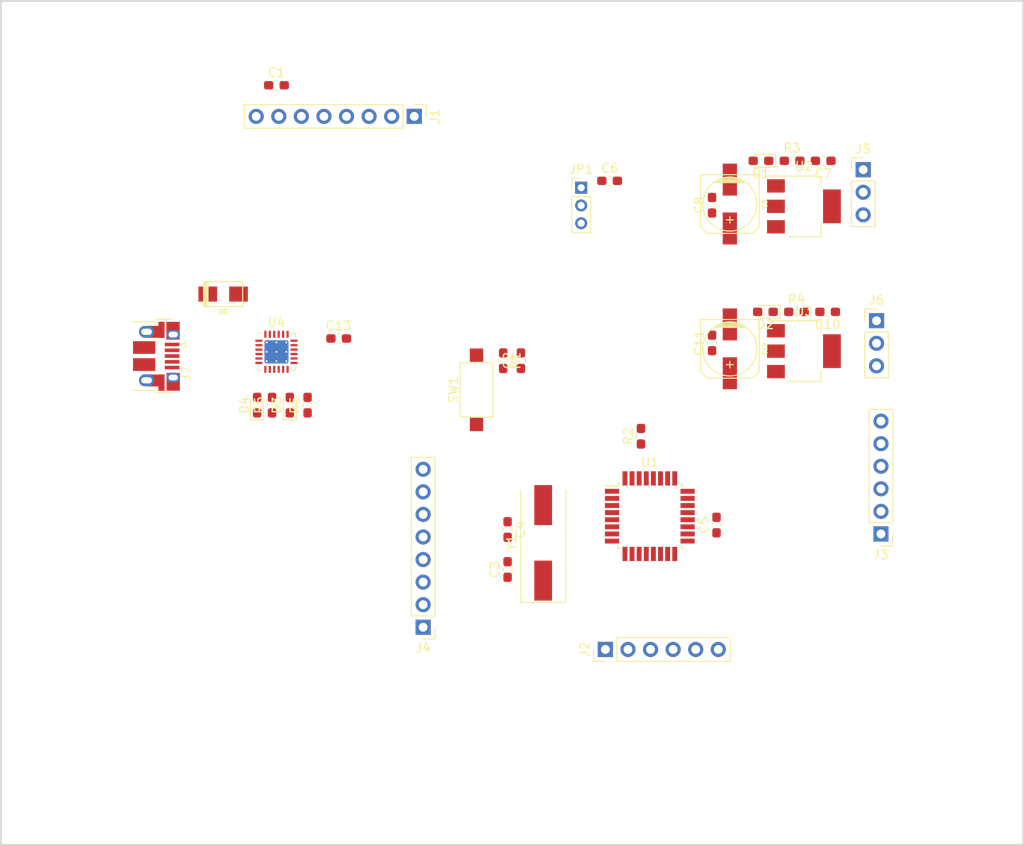
<source format=kicad_pcb>
(kicad_pcb (version 20171130) (host pcbnew 5.0.2-bee76a0~70~ubuntu18.04.1)

  (general
    (thickness 1.6)
    (drawings 4)
    (tracks 0)
    (zones 0)
    (modules 38)
    (nets 57)
  )

  (page A4)
  (layers
    (0 F.Cu signal)
    (31 B.Cu signal)
    (32 B.Adhes user)
    (33 F.Adhes user)
    (34 B.Paste user)
    (35 F.Paste user)
    (36 B.SilkS user)
    (37 F.SilkS user)
    (38 B.Mask user)
    (39 F.Mask user)
    (40 Dwgs.User user)
    (41 Cmts.User user)
    (42 Eco1.User user)
    (43 Eco2.User user)
    (44 Edge.Cuts user)
    (45 Margin user)
    (46 B.CrtYd user)
    (47 F.CrtYd user)
    (48 B.Fab user)
    (49 F.Fab user)
  )

  (setup
    (last_trace_width 0.25)
    (trace_clearance 0.2)
    (zone_clearance 0.508)
    (zone_45_only no)
    (trace_min 0.2)
    (segment_width 0.2)
    (edge_width 0.15)
    (via_size 0.8)
    (via_drill 0.4)
    (via_min_size 0.4)
    (via_min_drill 0.3)
    (uvia_size 0.3)
    (uvia_drill 0.1)
    (uvias_allowed no)
    (uvia_min_size 0.2)
    (uvia_min_drill 0.1)
    (pcb_text_width 0.3)
    (pcb_text_size 1.5 1.5)
    (mod_edge_width 0.15)
    (mod_text_size 1 1)
    (mod_text_width 0.15)
    (pad_size 1.524 1.524)
    (pad_drill 0.762)
    (pad_to_mask_clearance 0.051)
    (solder_mask_min_width 0.25)
    (aux_axis_origin 0 0)
    (visible_elements FFFFFF7F)
    (pcbplotparams
      (layerselection 0x010fc_ffffffff)
      (usegerberextensions false)
      (usegerberattributes false)
      (usegerberadvancedattributes false)
      (creategerberjobfile false)
      (excludeedgelayer true)
      (linewidth 0.100000)
      (plotframeref false)
      (viasonmask false)
      (mode 1)
      (useauxorigin false)
      (hpglpennumber 1)
      (hpglpenspeed 20)
      (hpglpendiameter 15.000000)
      (psnegative false)
      (psa4output false)
      (plotreference true)
      (plotvalue true)
      (plotinvisibletext false)
      (padsonsilk false)
      (subtractmaskfromsilk false)
      (outputformat 1)
      (mirror false)
      (drillshape 1)
      (scaleselection 1)
      (outputdirectory ""))
  )

  (net 0 "")
  (net 1 "Net-(D5-Pad2)")
  (net 2 +5V)
  (net 3 GND)
  (net 4 +3V3)
  (net 5 "Net-(D2-Pad1)")
  (net 6 RXD)
  (net 7 "Net-(J4-Pad8)")
  (net 8 "Net-(D1-Pad1)")
  (net 9 "Net-(R5-Pad2)")
  (net 10 "Net-(D3-Pad1)")
  (net 11 "Net-(D4-Pad1)")
  (net 12 "Net-(R6-Pad2)")
  (net 13 RESET)
  (net 14 VCCIO)
  (net 15 VIN)
  (net 16 "Net-(J4-Pad5)")
  (net 17 "Net-(J4-Pad4)")
  (net 18 "Net-(C4-Pad1)")
  (net 19 "Net-(C3-Pad1)")
  (net 20 "Net-(J4-Pad3)")
  (net 21 "Net-(J4-Pad2)")
  (net 22 "Net-(J4-Pad1)")
  (net 23 "Net-(J2-Pad1)")
  (net 24 "Net-(J2-Pad2)")
  (net 25 "Net-(J2-Pad3)")
  (net 26 "Net-(J2-Pad4)")
  (net 27 "Net-(J2-Pad5)")
  (net 28 "Net-(J2-Pad6)")
  (net 29 AREF)
  (net 30 "Net-(J3-Pad1)")
  (net 31 "Net-(J3-Pad2)")
  (net 32 "Net-(J3-Pad3)")
  (net 33 "Net-(J3-Pad4)")
  (net 34 "Net-(J3-Pad5)")
  (net 35 "Net-(J3-Pad6)")
  (net 36 TXD)
  (net 37 "Net-(J4-Pad6)")
  (net 38 "Net-(U4-Pad1)")
  (net 39 "Net-(J7-Pad3)")
  (net 40 "Net-(J7-Pad2)")
  (net 41 "Net-(U4-Pad5)")
  (net 42 "Net-(U4-Pad9)")
  (net 43 "Net-(U4-Pad10)")
  (net 44 "Net-(U4-Pad11)")
  (net 45 "Net-(U4-Pad12)")
  (net 46 "Net-(U4-Pad15)")
  (net 47 "Net-(C13-Pad1)")
  (net 48 "Net-(U4-Pad17)")
  (net 49 "Net-(U4-Pad18)")
  (net 50 "Net-(U4-Pad19)")
  (net 51 "Net-(U4-Pad22)")
  (net 52 DTR)
  (net 53 "Net-(U4-Pad24)")
  (net 54 "Net-(J7-Pad4)")
  (net 55 VBUS)
  (net 56 "Net-(C1-Pad1)")

  (net_class Default "This is the default net class."
    (clearance 0.2)
    (trace_width 0.25)
    (via_dia 0.8)
    (via_drill 0.4)
    (uvia_dia 0.3)
    (uvia_drill 0.1)
    (add_net +3V3)
    (add_net +5V)
    (add_net AREF)
    (add_net DTR)
    (add_net GND)
    (add_net "Net-(C1-Pad1)")
    (add_net "Net-(C13-Pad1)")
    (add_net "Net-(C3-Pad1)")
    (add_net "Net-(C4-Pad1)")
    (add_net "Net-(D1-Pad1)")
    (add_net "Net-(D2-Pad1)")
    (add_net "Net-(D3-Pad1)")
    (add_net "Net-(D4-Pad1)")
    (add_net "Net-(D5-Pad2)")
    (add_net "Net-(J2-Pad1)")
    (add_net "Net-(J2-Pad2)")
    (add_net "Net-(J2-Pad3)")
    (add_net "Net-(J2-Pad4)")
    (add_net "Net-(J2-Pad5)")
    (add_net "Net-(J2-Pad6)")
    (add_net "Net-(J3-Pad1)")
    (add_net "Net-(J3-Pad2)")
    (add_net "Net-(J3-Pad3)")
    (add_net "Net-(J3-Pad4)")
    (add_net "Net-(J3-Pad5)")
    (add_net "Net-(J3-Pad6)")
    (add_net "Net-(J4-Pad1)")
    (add_net "Net-(J4-Pad2)")
    (add_net "Net-(J4-Pad3)")
    (add_net "Net-(J4-Pad4)")
    (add_net "Net-(J4-Pad5)")
    (add_net "Net-(J4-Pad6)")
    (add_net "Net-(J4-Pad8)")
    (add_net "Net-(J7-Pad2)")
    (add_net "Net-(J7-Pad3)")
    (add_net "Net-(J7-Pad4)")
    (add_net "Net-(R5-Pad2)")
    (add_net "Net-(R6-Pad2)")
    (add_net "Net-(U4-Pad1)")
    (add_net "Net-(U4-Pad10)")
    (add_net "Net-(U4-Pad11)")
    (add_net "Net-(U4-Pad12)")
    (add_net "Net-(U4-Pad15)")
    (add_net "Net-(U4-Pad17)")
    (add_net "Net-(U4-Pad18)")
    (add_net "Net-(U4-Pad19)")
    (add_net "Net-(U4-Pad22)")
    (add_net "Net-(U4-Pad24)")
    (add_net "Net-(U4-Pad5)")
    (add_net "Net-(U4-Pad9)")
    (add_net RESET)
    (add_net RXD)
    (add_net TXD)
    (add_net VBUS)
    (add_net VCCIO)
    (add_net VIN)
  )

  (module Button_Switch_SMD:SW_SPST_CK_RS282G05A3 (layer F.Cu) (tedit 5A7A67D2) (tstamp 5C348AC4)
    (at 73.500001 68.774999 90)
    (descr https://www.mouser.com/ds/2/60/RS-282G05A-SM_RT-1159762.pdf)
    (tags "SPST button tactile switch")
    (path /5C08084B/5C098F12)
    (attr smd)
    (fp_text reference SW1 (at 0 -2.6 90) (layer F.SilkS)
      (effects (font (size 1 1) (thickness 0.15)))
    )
    (fp_text value SW_Push (at 0 3 90) (layer F.Fab)
      (effects (font (size 1 1) (thickness 0.15)))
    )
    (fp_line (start -4.9 2.05) (end -4.9 -2.05) (layer F.CrtYd) (width 0.05))
    (fp_line (start 4.9 2.05) (end -4.9 2.05) (layer F.CrtYd) (width 0.05))
    (fp_line (start 4.9 -2.05) (end 4.9 2.05) (layer F.CrtYd) (width 0.05))
    (fp_line (start -4.9 -2.05) (end 4.9 -2.05) (layer F.CrtYd) (width 0.05))
    (fp_text user %R (at 0 -2.6 90) (layer F.Fab)
      (effects (font (size 1 1) (thickness 0.15)))
    )
    (fp_line (start -1.75 -1) (end 1.75 -1) (layer F.Fab) (width 0.1))
    (fp_line (start 1.75 -1) (end 1.75 1) (layer F.Fab) (width 0.1))
    (fp_line (start 1.75 1) (end -1.75 1) (layer F.Fab) (width 0.1))
    (fp_line (start -1.75 1) (end -1.75 -1) (layer F.Fab) (width 0.1))
    (fp_line (start -3.06 -1.85) (end 3.06 -1.85) (layer F.SilkS) (width 0.12))
    (fp_line (start 3.06 -1.85) (end 3.06 1.85) (layer F.SilkS) (width 0.12))
    (fp_line (start 3.06 1.85) (end -3.06 1.85) (layer F.SilkS) (width 0.12))
    (fp_line (start -3.06 1.85) (end -3.06 -1.85) (layer F.SilkS) (width 0.12))
    (fp_line (start -1.5 0.8) (end 1.5 0.8) (layer F.Fab) (width 0.1))
    (fp_line (start -1.5 -0.8) (end 1.5 -0.8) (layer F.Fab) (width 0.1))
    (fp_line (start 1.5 -0.8) (end 1.5 0.8) (layer F.Fab) (width 0.1))
    (fp_line (start -1.5 -0.8) (end -1.5 0.8) (layer F.Fab) (width 0.1))
    (fp_line (start -3 1.8) (end 3 1.8) (layer F.Fab) (width 0.1))
    (fp_line (start -3 -1.8) (end 3 -1.8) (layer F.Fab) (width 0.1))
    (fp_line (start -3 -1.8) (end -3 1.8) (layer F.Fab) (width 0.1))
    (fp_line (start 3 -1.8) (end 3 1.8) (layer F.Fab) (width 0.1))
    (pad 1 smd rect (at -3.9 0 90) (size 1.5 1.5) (layers F.Cu F.Paste F.Mask)
      (net 3 GND))
    (pad 2 smd rect (at 3.9 0 90) (size 1.5 1.5) (layers F.Cu F.Paste F.Mask)
      (net 13 RESET))
    (model ${KISYS3DMOD}/Button_Switch_SMD.3dshapes/SW_SPST_CK_RS282G05A3.wrl
      (at (xyz 0 0 0))
      (scale (xyz 1 1 1))
      (rotate (xyz 0 0 0))
    )
  )

  (module Capacitor_SMD:C_0603_1608Metric_Pad1.05x0.95mm_HandSolder (layer F.Cu) (tedit 5B301BBE) (tstamp 5C348AA9)
    (at 51 34.5)
    (descr "Capacitor SMD 0603 (1608 Metric), square (rectangular) end terminal, IPC_7351 nominal with elongated pad for handsoldering. (Body size source: http://www.tortai-tech.com/upload/download/2011102023233369053.pdf), generated with kicad-footprint-generator")
    (tags "capacitor handsolder")
    (path /5C08084B/5C085B55)
    (attr smd)
    (fp_text reference C1 (at 0 -1.43) (layer F.SilkS)
      (effects (font (size 1 1) (thickness 0.15)))
    )
    (fp_text value C104,0603 (at 0 1.43) (layer F.Fab)
      (effects (font (size 1 1) (thickness 0.15)))
    )
    (fp_line (start -0.8 0.4) (end -0.8 -0.4) (layer F.Fab) (width 0.1))
    (fp_line (start -0.8 -0.4) (end 0.8 -0.4) (layer F.Fab) (width 0.1))
    (fp_line (start 0.8 -0.4) (end 0.8 0.4) (layer F.Fab) (width 0.1))
    (fp_line (start 0.8 0.4) (end -0.8 0.4) (layer F.Fab) (width 0.1))
    (fp_line (start -0.171267 -0.51) (end 0.171267 -0.51) (layer F.SilkS) (width 0.12))
    (fp_line (start -0.171267 0.51) (end 0.171267 0.51) (layer F.SilkS) (width 0.12))
    (fp_line (start -1.65 0.73) (end -1.65 -0.73) (layer F.CrtYd) (width 0.05))
    (fp_line (start -1.65 -0.73) (end 1.65 -0.73) (layer F.CrtYd) (width 0.05))
    (fp_line (start 1.65 -0.73) (end 1.65 0.73) (layer F.CrtYd) (width 0.05))
    (fp_line (start 1.65 0.73) (end -1.65 0.73) (layer F.CrtYd) (width 0.05))
    (fp_text user %R (at 0 0) (layer F.Fab)
      (effects (font (size 0.4 0.4) (thickness 0.06)))
    )
    (pad 1 smd roundrect (at -0.875 0) (size 1.05 0.95) (layers F.Cu F.Paste F.Mask) (roundrect_rratio 0.25)
      (net 56 "Net-(C1-Pad1)"))
    (pad 2 smd roundrect (at 0.875 0) (size 1.05 0.95) (layers F.Cu F.Paste F.Mask) (roundrect_rratio 0.25)
      (net 3 GND))
    (model ${KISYS3DMOD}/Capacitor_SMD.3dshapes/C_0603_1608Metric.wrl
      (at (xyz 0 0 0))
      (scale (xyz 1 1 1))
      (rotate (xyz 0 0 0))
    )
  )

  (module Capacitor_SMD:C_0603_1608Metric_Pad1.05x0.95mm_HandSolder (layer F.Cu) (tedit 5B301BBE) (tstamp 5C348A98)
    (at 58 63)
    (descr "Capacitor SMD 0603 (1608 Metric), square (rectangular) end terminal, IPC_7351 nominal with elongated pad for handsoldering. (Body size source: http://www.tortai-tech.com/upload/download/2011102023233369053.pdf), generated with kicad-footprint-generator")
    (tags "capacitor handsolder")
    (path /5C0C1365/5C0C5173)
    (attr smd)
    (fp_text reference C13 (at 0 -1.43) (layer F.SilkS)
      (effects (font (size 1 1) (thickness 0.15)))
    )
    (fp_text value C106,0603 (at 0 1.43) (layer F.Fab)
      (effects (font (size 1 1) (thickness 0.15)))
    )
    (fp_text user %R (at 0 0) (layer F.Fab)
      (effects (font (size 0.4 0.4) (thickness 0.06)))
    )
    (fp_line (start 1.65 0.73) (end -1.65 0.73) (layer F.CrtYd) (width 0.05))
    (fp_line (start 1.65 -0.73) (end 1.65 0.73) (layer F.CrtYd) (width 0.05))
    (fp_line (start -1.65 -0.73) (end 1.65 -0.73) (layer F.CrtYd) (width 0.05))
    (fp_line (start -1.65 0.73) (end -1.65 -0.73) (layer F.CrtYd) (width 0.05))
    (fp_line (start -0.171267 0.51) (end 0.171267 0.51) (layer F.SilkS) (width 0.12))
    (fp_line (start -0.171267 -0.51) (end 0.171267 -0.51) (layer F.SilkS) (width 0.12))
    (fp_line (start 0.8 0.4) (end -0.8 0.4) (layer F.Fab) (width 0.1))
    (fp_line (start 0.8 -0.4) (end 0.8 0.4) (layer F.Fab) (width 0.1))
    (fp_line (start -0.8 -0.4) (end 0.8 -0.4) (layer F.Fab) (width 0.1))
    (fp_line (start -0.8 0.4) (end -0.8 -0.4) (layer F.Fab) (width 0.1))
    (pad 2 smd roundrect (at 0.875 0) (size 1.05 0.95) (layers F.Cu F.Paste F.Mask) (roundrect_rratio 0.25)
      (net 3 GND))
    (pad 1 smd roundrect (at -0.875 0) (size 1.05 0.95) (layers F.Cu F.Paste F.Mask) (roundrect_rratio 0.25)
      (net 47 "Net-(C13-Pad1)"))
    (model ${KISYS3DMOD}/Capacitor_SMD.3dshapes/C_0603_1608Metric.wrl
      (at (xyz 0 0 0))
      (scale (xyz 1 1 1))
      (rotate (xyz 0 0 0))
    )
  )

  (module Capacitor_SMD:C_0603_1608Metric_Pad1.05x0.95mm_HandSolder (layer F.Cu) (tedit 5B301BBE) (tstamp 5C349BAD)
    (at 100 63.5 90)
    (descr "Capacitor SMD 0603 (1608 Metric), square (rectangular) end terminal, IPC_7351 nominal with elongated pad for handsoldering. (Body size source: http://www.tortai-tech.com/upload/download/2011102023233369053.pdf), generated with kicad-footprint-generator")
    (tags "capacitor handsolder")
    (path /5C0BFA48/5C0AD77C)
    (attr smd)
    (fp_text reference C11 (at 0 -1.43 90) (layer F.SilkS)
      (effects (font (size 1 1) (thickness 0.15)))
    )
    (fp_text value C104,0603 (at 0 1.43 90) (layer F.Fab)
      (effects (font (size 1 1) (thickness 0.15)))
    )
    (fp_line (start -0.8 0.4) (end -0.8 -0.4) (layer F.Fab) (width 0.1))
    (fp_line (start -0.8 -0.4) (end 0.8 -0.4) (layer F.Fab) (width 0.1))
    (fp_line (start 0.8 -0.4) (end 0.8 0.4) (layer F.Fab) (width 0.1))
    (fp_line (start 0.8 0.4) (end -0.8 0.4) (layer F.Fab) (width 0.1))
    (fp_line (start -0.171267 -0.51) (end 0.171267 -0.51) (layer F.SilkS) (width 0.12))
    (fp_line (start -0.171267 0.51) (end 0.171267 0.51) (layer F.SilkS) (width 0.12))
    (fp_line (start -1.65 0.73) (end -1.65 -0.73) (layer F.CrtYd) (width 0.05))
    (fp_line (start -1.65 -0.73) (end 1.65 -0.73) (layer F.CrtYd) (width 0.05))
    (fp_line (start 1.65 -0.73) (end 1.65 0.73) (layer F.CrtYd) (width 0.05))
    (fp_line (start 1.65 0.73) (end -1.65 0.73) (layer F.CrtYd) (width 0.05))
    (fp_text user %R (at 0 0 90) (layer F.Fab)
      (effects (font (size 0.4 0.4) (thickness 0.06)))
    )
    (pad 1 smd roundrect (at -0.875 0 90) (size 1.05 0.95) (layers F.Cu F.Paste F.Mask) (roundrect_rratio 0.25)
      (net 2 +5V))
    (pad 2 smd roundrect (at 0.875 0 90) (size 1.05 0.95) (layers F.Cu F.Paste F.Mask) (roundrect_rratio 0.25)
      (net 3 GND))
    (model ${KISYS3DMOD}/Capacitor_SMD.3dshapes/C_0603_1608Metric.wrl
      (at (xyz 0 0 0))
      (scale (xyz 1 1 1))
      (rotate (xyz 0 0 0))
    )
  )

  (module Capacitor_SMD:C_0603_1608Metric_Pad1.05x0.95mm_HandSolder (layer F.Cu) (tedit 5B301BBE) (tstamp 5C348A76)
    (at 100 48 90)
    (descr "Capacitor SMD 0603 (1608 Metric), square (rectangular) end terminal, IPC_7351 nominal with elongated pad for handsoldering. (Body size source: http://www.tortai-tech.com/upload/download/2011102023233369053.pdf), generated with kicad-footprint-generator")
    (tags "capacitor handsolder")
    (path /5C0BBB2B/5C0D4465)
    (attr smd)
    (fp_text reference C8 (at 0 -1.43 90) (layer F.SilkS)
      (effects (font (size 1 1) (thickness 0.15)))
    )
    (fp_text value C104,0603 (at 0 1.43 90) (layer F.Fab)
      (effects (font (size 1 1) (thickness 0.15)))
    )
    (fp_text user %R (at 0 0 90) (layer F.Fab)
      (effects (font (size 0.4 0.4) (thickness 0.06)))
    )
    (fp_line (start 1.65 0.73) (end -1.65 0.73) (layer F.CrtYd) (width 0.05))
    (fp_line (start 1.65 -0.73) (end 1.65 0.73) (layer F.CrtYd) (width 0.05))
    (fp_line (start -1.65 -0.73) (end 1.65 -0.73) (layer F.CrtYd) (width 0.05))
    (fp_line (start -1.65 0.73) (end -1.65 -0.73) (layer F.CrtYd) (width 0.05))
    (fp_line (start -0.171267 0.51) (end 0.171267 0.51) (layer F.SilkS) (width 0.12))
    (fp_line (start -0.171267 -0.51) (end 0.171267 -0.51) (layer F.SilkS) (width 0.12))
    (fp_line (start 0.8 0.4) (end -0.8 0.4) (layer F.Fab) (width 0.1))
    (fp_line (start 0.8 -0.4) (end 0.8 0.4) (layer F.Fab) (width 0.1))
    (fp_line (start -0.8 -0.4) (end 0.8 -0.4) (layer F.Fab) (width 0.1))
    (fp_line (start -0.8 0.4) (end -0.8 -0.4) (layer F.Fab) (width 0.1))
    (pad 2 smd roundrect (at 0.875 0 90) (size 1.05 0.95) (layers F.Cu F.Paste F.Mask) (roundrect_rratio 0.25)
      (net 3 GND))
    (pad 1 smd roundrect (at -0.875 0 90) (size 1.05 0.95) (layers F.Cu F.Paste F.Mask) (roundrect_rratio 0.25)
      (net 4 +3V3))
    (model ${KISYS3DMOD}/Capacitor_SMD.3dshapes/C_0603_1608Metric.wrl
      (at (xyz 0 0 0))
      (scale (xyz 1 1 1))
      (rotate (xyz 0 0 0))
    )
  )

  (module Capacitor_SMD:C_0603_1608Metric_Pad1.05x0.95mm_HandSolder (layer F.Cu) (tedit 5B301BBE) (tstamp 5C348A65)
    (at 112.5 43 180)
    (descr "Capacitor SMD 0603 (1608 Metric), square (rectangular) end terminal, IPC_7351 nominal with elongated pad for handsoldering. (Body size source: http://www.tortai-tech.com/upload/download/2011102023233369053.pdf), generated with kicad-footprint-generator")
    (tags "capacitor handsolder")
    (path /5C0BBB2B/5C0AD74D)
    (attr smd)
    (fp_text reference C7 (at 0 -1.43 180) (layer F.SilkS)
      (effects (font (size 1 1) (thickness 0.15)))
    )
    (fp_text value C104,0603 (at 0 1.43 180) (layer F.Fab)
      (effects (font (size 1 1) (thickness 0.15)))
    )
    (fp_line (start -0.8 0.4) (end -0.8 -0.4) (layer F.Fab) (width 0.1))
    (fp_line (start -0.8 -0.4) (end 0.8 -0.4) (layer F.Fab) (width 0.1))
    (fp_line (start 0.8 -0.4) (end 0.8 0.4) (layer F.Fab) (width 0.1))
    (fp_line (start 0.8 0.4) (end -0.8 0.4) (layer F.Fab) (width 0.1))
    (fp_line (start -0.171267 -0.51) (end 0.171267 -0.51) (layer F.SilkS) (width 0.12))
    (fp_line (start -0.171267 0.51) (end 0.171267 0.51) (layer F.SilkS) (width 0.12))
    (fp_line (start -1.65 0.73) (end -1.65 -0.73) (layer F.CrtYd) (width 0.05))
    (fp_line (start -1.65 -0.73) (end 1.65 -0.73) (layer F.CrtYd) (width 0.05))
    (fp_line (start 1.65 -0.73) (end 1.65 0.73) (layer F.CrtYd) (width 0.05))
    (fp_line (start 1.65 0.73) (end -1.65 0.73) (layer F.CrtYd) (width 0.05))
    (fp_text user %R (at 0 0 180) (layer F.Fab)
      (effects (font (size 0.4 0.4) (thickness 0.06)))
    )
    (pad 1 smd roundrect (at -0.875 0 180) (size 1.05 0.95) (layers F.Cu F.Paste F.Mask) (roundrect_rratio 0.25)
      (net 2 +5V))
    (pad 2 smd roundrect (at 0.875 0 180) (size 1.05 0.95) (layers F.Cu F.Paste F.Mask) (roundrect_rratio 0.25)
      (net 3 GND))
    (model ${KISYS3DMOD}/Capacitor_SMD.3dshapes/C_0603_1608Metric.wrl
      (at (xyz 0 0 0))
      (scale (xyz 1 1 1))
      (rotate (xyz 0 0 0))
    )
  )

  (module Capacitor_SMD:C_0603_1608Metric_Pad1.05x0.95mm_HandSolder (layer F.Cu) (tedit 5B301BBE) (tstamp 5C348A54)
    (at 88.475001 45.255001)
    (descr "Capacitor SMD 0603 (1608 Metric), square (rectangular) end terminal, IPC_7351 nominal with elongated pad for handsoldering. (Body size source: http://www.tortai-tech.com/upload/download/2011102023233369053.pdf), generated with kicad-footprint-generator")
    (tags "capacitor handsolder")
    (path /5C08084B/5C08B96A)
    (attr smd)
    (fp_text reference C6 (at 0 -1.43) (layer F.SilkS)
      (effects (font (size 1 1) (thickness 0.15)))
    )
    (fp_text value C104,0603 (at 0 1.43) (layer F.Fab)
      (effects (font (size 1 1) (thickness 0.15)))
    )
    (fp_text user %R (at 0 0) (layer F.Fab)
      (effects (font (size 0.4 0.4) (thickness 0.06)))
    )
    (fp_line (start 1.65 0.73) (end -1.65 0.73) (layer F.CrtYd) (width 0.05))
    (fp_line (start 1.65 -0.73) (end 1.65 0.73) (layer F.CrtYd) (width 0.05))
    (fp_line (start -1.65 -0.73) (end 1.65 -0.73) (layer F.CrtYd) (width 0.05))
    (fp_line (start -1.65 0.73) (end -1.65 -0.73) (layer F.CrtYd) (width 0.05))
    (fp_line (start -0.171267 0.51) (end 0.171267 0.51) (layer F.SilkS) (width 0.12))
    (fp_line (start -0.171267 -0.51) (end 0.171267 -0.51) (layer F.SilkS) (width 0.12))
    (fp_line (start 0.8 0.4) (end -0.8 0.4) (layer F.Fab) (width 0.1))
    (fp_line (start 0.8 -0.4) (end 0.8 0.4) (layer F.Fab) (width 0.1))
    (fp_line (start -0.8 -0.4) (end 0.8 -0.4) (layer F.Fab) (width 0.1))
    (fp_line (start -0.8 0.4) (end -0.8 -0.4) (layer F.Fab) (width 0.1))
    (pad 2 smd roundrect (at 0.875 0) (size 1.05 0.95) (layers F.Cu F.Paste F.Mask) (roundrect_rratio 0.25)
      (net 3 GND))
    (pad 1 smd roundrect (at -0.875 0) (size 1.05 0.95) (layers F.Cu F.Paste F.Mask) (roundrect_rratio 0.25)
      (net 14 VCCIO))
    (model ${KISYS3DMOD}/Capacitor_SMD.3dshapes/C_0603_1608Metric.wrl
      (at (xyz 0 0 0))
      (scale (xyz 1 1 1))
      (rotate (xyz 0 0 0))
    )
  )

  (module Capacitor_SMD:C_0603_1608Metric_Pad1.05x0.95mm_HandSolder (layer F.Cu) (tedit 5B301BBE) (tstamp 5C34998F)
    (at 100.5 84 90)
    (descr "Capacitor SMD 0603 (1608 Metric), square (rectangular) end terminal, IPC_7351 nominal with elongated pad for handsoldering. (Body size source: http://www.tortai-tech.com/upload/download/2011102023233369053.pdf), generated with kicad-footprint-generator")
    (tags "capacitor handsolder")
    (path /5C08084B/5C0ADA3D)
    (attr smd)
    (fp_text reference C5 (at 0 -1.43 90) (layer F.SilkS)
      (effects (font (size 1 1) (thickness 0.15)))
    )
    (fp_text value C104,0603 (at 0 1.43 90) (layer F.Fab)
      (effects (font (size 1 1) (thickness 0.15)))
    )
    (fp_line (start -0.8 0.4) (end -0.8 -0.4) (layer F.Fab) (width 0.1))
    (fp_line (start -0.8 -0.4) (end 0.8 -0.4) (layer F.Fab) (width 0.1))
    (fp_line (start 0.8 -0.4) (end 0.8 0.4) (layer F.Fab) (width 0.1))
    (fp_line (start 0.8 0.4) (end -0.8 0.4) (layer F.Fab) (width 0.1))
    (fp_line (start -0.171267 -0.51) (end 0.171267 -0.51) (layer F.SilkS) (width 0.12))
    (fp_line (start -0.171267 0.51) (end 0.171267 0.51) (layer F.SilkS) (width 0.12))
    (fp_line (start -1.65 0.73) (end -1.65 -0.73) (layer F.CrtYd) (width 0.05))
    (fp_line (start -1.65 -0.73) (end 1.65 -0.73) (layer F.CrtYd) (width 0.05))
    (fp_line (start 1.65 -0.73) (end 1.65 0.73) (layer F.CrtYd) (width 0.05))
    (fp_line (start 1.65 0.73) (end -1.65 0.73) (layer F.CrtYd) (width 0.05))
    (fp_text user %R (at 0 0 90) (layer F.Fab)
      (effects (font (size 0.4 0.4) (thickness 0.06)))
    )
    (pad 1 smd roundrect (at -0.875 0 90) (size 1.05 0.95) (layers F.Cu F.Paste F.Mask) (roundrect_rratio 0.25)
      (net 14 VCCIO))
    (pad 2 smd roundrect (at 0.875 0 90) (size 1.05 0.95) (layers F.Cu F.Paste F.Mask) (roundrect_rratio 0.25)
      (net 3 GND))
    (model ${KISYS3DMOD}/Capacitor_SMD.3dshapes/C_0603_1608Metric.wrl
      (at (xyz 0 0 0))
      (scale (xyz 1 1 1))
      (rotate (xyz 0 0 0))
    )
  )

  (module Capacitor_SMD:C_0603_1608Metric_Pad1.05x0.95mm_HandSolder (layer F.Cu) (tedit 5B301BBE) (tstamp 5C348A32)
    (at 77 84.5 270)
    (descr "Capacitor SMD 0603 (1608 Metric), square (rectangular) end terminal, IPC_7351 nominal with elongated pad for handsoldering. (Body size source: http://www.tortai-tech.com/upload/download/2011102023233369053.pdf), generated with kicad-footprint-generator")
    (tags "capacitor handsolder")
    (path /5C08084B/5C090E34)
    (attr smd)
    (fp_text reference C4 (at 0 -1.43 270) (layer F.SilkS)
      (effects (font (size 1 1) (thickness 0.15)))
    )
    (fp_text value C20pf,0603 (at 0 1.43 270) (layer F.Fab)
      (effects (font (size 1 1) (thickness 0.15)))
    )
    (fp_text user %R (at 0 0 270) (layer F.Fab)
      (effects (font (size 0.4 0.4) (thickness 0.06)))
    )
    (fp_line (start 1.65 0.73) (end -1.65 0.73) (layer F.CrtYd) (width 0.05))
    (fp_line (start 1.65 -0.73) (end 1.65 0.73) (layer F.CrtYd) (width 0.05))
    (fp_line (start -1.65 -0.73) (end 1.65 -0.73) (layer F.CrtYd) (width 0.05))
    (fp_line (start -1.65 0.73) (end -1.65 -0.73) (layer F.CrtYd) (width 0.05))
    (fp_line (start -0.171267 0.51) (end 0.171267 0.51) (layer F.SilkS) (width 0.12))
    (fp_line (start -0.171267 -0.51) (end 0.171267 -0.51) (layer F.SilkS) (width 0.12))
    (fp_line (start 0.8 0.4) (end -0.8 0.4) (layer F.Fab) (width 0.1))
    (fp_line (start 0.8 -0.4) (end 0.8 0.4) (layer F.Fab) (width 0.1))
    (fp_line (start -0.8 -0.4) (end 0.8 -0.4) (layer F.Fab) (width 0.1))
    (fp_line (start -0.8 0.4) (end -0.8 -0.4) (layer F.Fab) (width 0.1))
    (pad 2 smd roundrect (at 0.875 0 270) (size 1.05 0.95) (layers F.Cu F.Paste F.Mask) (roundrect_rratio 0.25)
      (net 3 GND))
    (pad 1 smd roundrect (at -0.875 0 270) (size 1.05 0.95) (layers F.Cu F.Paste F.Mask) (roundrect_rratio 0.25)
      (net 18 "Net-(C4-Pad1)"))
    (model ${KISYS3DMOD}/Capacitor_SMD.3dshapes/C_0603_1608Metric.wrl
      (at (xyz 0 0 0))
      (scale (xyz 1 1 1))
      (rotate (xyz 0 0 0))
    )
  )

  (module Capacitor_SMD:C_0603_1608Metric_Pad1.05x0.95mm_HandSolder (layer F.Cu) (tedit 5B301BBE) (tstamp 5C348A21)
    (at 77 89 90)
    (descr "Capacitor SMD 0603 (1608 Metric), square (rectangular) end terminal, IPC_7351 nominal with elongated pad for handsoldering. (Body size source: http://www.tortai-tech.com/upload/download/2011102023233369053.pdf), generated with kicad-footprint-generator")
    (tags "capacitor handsolder")
    (path /5C08084B/5C090DF1)
    (attr smd)
    (fp_text reference C3 (at 0 -1.43 90) (layer F.SilkS)
      (effects (font (size 1 1) (thickness 0.15)))
    )
    (fp_text value C20pf,0603 (at 0 1.43 90) (layer F.Fab)
      (effects (font (size 1 1) (thickness 0.15)))
    )
    (fp_line (start -0.8 0.4) (end -0.8 -0.4) (layer F.Fab) (width 0.1))
    (fp_line (start -0.8 -0.4) (end 0.8 -0.4) (layer F.Fab) (width 0.1))
    (fp_line (start 0.8 -0.4) (end 0.8 0.4) (layer F.Fab) (width 0.1))
    (fp_line (start 0.8 0.4) (end -0.8 0.4) (layer F.Fab) (width 0.1))
    (fp_line (start -0.171267 -0.51) (end 0.171267 -0.51) (layer F.SilkS) (width 0.12))
    (fp_line (start -0.171267 0.51) (end 0.171267 0.51) (layer F.SilkS) (width 0.12))
    (fp_line (start -1.65 0.73) (end -1.65 -0.73) (layer F.CrtYd) (width 0.05))
    (fp_line (start -1.65 -0.73) (end 1.65 -0.73) (layer F.CrtYd) (width 0.05))
    (fp_line (start 1.65 -0.73) (end 1.65 0.73) (layer F.CrtYd) (width 0.05))
    (fp_line (start 1.65 0.73) (end -1.65 0.73) (layer F.CrtYd) (width 0.05))
    (fp_text user %R (at 0 0 90) (layer F.Fab)
      (effects (font (size 0.4 0.4) (thickness 0.06)))
    )
    (pad 1 smd roundrect (at -0.875 0 90) (size 1.05 0.95) (layers F.Cu F.Paste F.Mask) (roundrect_rratio 0.25)
      (net 19 "Net-(C3-Pad1)"))
    (pad 2 smd roundrect (at 0.875 0 90) (size 1.05 0.95) (layers F.Cu F.Paste F.Mask) (roundrect_rratio 0.25)
      (net 3 GND))
    (model ${KISYS3DMOD}/Capacitor_SMD.3dshapes/C_0603_1608Metric.wrl
      (at (xyz 0 0 0))
      (scale (xyz 1 1 1))
      (rotate (xyz 0 0 0))
    )
  )

  (module Capacitor_SMD:C_0603_1608Metric_Pad1.05x0.95mm_HandSolder (layer F.Cu) (tedit 5B301BBE) (tstamp 5C348A10)
    (at 78.5 65.5 90)
    (descr "Capacitor SMD 0603 (1608 Metric), square (rectangular) end terminal, IPC_7351 nominal with elongated pad for handsoldering. (Body size source: http://www.tortai-tech.com/upload/download/2011102023233369053.pdf), generated with kicad-footprint-generator")
    (tags "capacitor handsolder")
    (path /5C08084B/5C09D055)
    (attr smd)
    (fp_text reference C2 (at 0 -1.43 90) (layer F.SilkS)
      (effects (font (size 1 1) (thickness 0.15)))
    )
    (fp_text value C104,0603 (at 0 1.43 90) (layer F.Fab)
      (effects (font (size 1 1) (thickness 0.15)))
    )
    (fp_text user %R (at 0 0 90) (layer F.Fab)
      (effects (font (size 0.4 0.4) (thickness 0.06)))
    )
    (fp_line (start 1.65 0.73) (end -1.65 0.73) (layer F.CrtYd) (width 0.05))
    (fp_line (start 1.65 -0.73) (end 1.65 0.73) (layer F.CrtYd) (width 0.05))
    (fp_line (start -1.65 -0.73) (end 1.65 -0.73) (layer F.CrtYd) (width 0.05))
    (fp_line (start -1.65 0.73) (end -1.65 -0.73) (layer F.CrtYd) (width 0.05))
    (fp_line (start -0.171267 0.51) (end 0.171267 0.51) (layer F.SilkS) (width 0.12))
    (fp_line (start -0.171267 -0.51) (end 0.171267 -0.51) (layer F.SilkS) (width 0.12))
    (fp_line (start 0.8 0.4) (end -0.8 0.4) (layer F.Fab) (width 0.1))
    (fp_line (start 0.8 -0.4) (end 0.8 0.4) (layer F.Fab) (width 0.1))
    (fp_line (start -0.8 -0.4) (end 0.8 -0.4) (layer F.Fab) (width 0.1))
    (fp_line (start -0.8 0.4) (end -0.8 -0.4) (layer F.Fab) (width 0.1))
    (pad 2 smd roundrect (at 0.875 0 90) (size 1.05 0.95) (layers F.Cu F.Paste F.Mask) (roundrect_rratio 0.25)
      (net 52 DTR))
    (pad 1 smd roundrect (at -0.875 0 90) (size 1.05 0.95) (layers F.Cu F.Paste F.Mask) (roundrect_rratio 0.25)
      (net 13 RESET))
    (model ${KISYS3DMOD}/Capacitor_SMD.3dshapes/C_0603_1608Metric.wrl
      (at (xyz 0 0 0))
      (scale (xyz 1 1 1))
      (rotate (xyz 0 0 0))
    )
  )

  (module Capacitor_SMD:C_0603_1608Metric_Pad1.05x0.95mm_HandSolder (layer F.Cu) (tedit 5B301BBE) (tstamp 5C3489FF)
    (at 113 60 180)
    (descr "Capacitor SMD 0603 (1608 Metric), square (rectangular) end terminal, IPC_7351 nominal with elongated pad for handsoldering. (Body size source: http://www.tortai-tech.com/upload/download/2011102023233369053.pdf), generated with kicad-footprint-generator")
    (tags "capacitor handsolder")
    (path /5C0BFA48/5C0D4462)
    (attr smd)
    (fp_text reference C10 (at 0 -1.43 180) (layer F.SilkS)
      (effects (font (size 1 1) (thickness 0.15)))
    )
    (fp_text value C104,0603 (at 0 1.43 180) (layer F.Fab)
      (effects (font (size 1 1) (thickness 0.15)))
    )
    (fp_line (start -0.8 0.4) (end -0.8 -0.4) (layer F.Fab) (width 0.1))
    (fp_line (start -0.8 -0.4) (end 0.8 -0.4) (layer F.Fab) (width 0.1))
    (fp_line (start 0.8 -0.4) (end 0.8 0.4) (layer F.Fab) (width 0.1))
    (fp_line (start 0.8 0.4) (end -0.8 0.4) (layer F.Fab) (width 0.1))
    (fp_line (start -0.171267 -0.51) (end 0.171267 -0.51) (layer F.SilkS) (width 0.12))
    (fp_line (start -0.171267 0.51) (end 0.171267 0.51) (layer F.SilkS) (width 0.12))
    (fp_line (start -1.65 0.73) (end -1.65 -0.73) (layer F.CrtYd) (width 0.05))
    (fp_line (start -1.65 -0.73) (end 1.65 -0.73) (layer F.CrtYd) (width 0.05))
    (fp_line (start 1.65 -0.73) (end 1.65 0.73) (layer F.CrtYd) (width 0.05))
    (fp_line (start 1.65 0.73) (end -1.65 0.73) (layer F.CrtYd) (width 0.05))
    (fp_text user %R (at 0 0 180) (layer F.Fab)
      (effects (font (size 0.4 0.4) (thickness 0.06)))
    )
    (pad 1 smd roundrect (at -0.875 0 180) (size 1.05 0.95) (layers F.Cu F.Paste F.Mask) (roundrect_rratio 0.25)
      (net 15 VIN))
    (pad 2 smd roundrect (at 0.875 0 180) (size 1.05 0.95) (layers F.Cu F.Paste F.Mask) (roundrect_rratio 0.25)
      (net 3 GND))
    (model ${KISYS3DMOD}/Capacitor_SMD.3dshapes/C_0603_1608Metric.wrl
      (at (xyz 0 0 0))
      (scale (xyz 1 1 1))
      (rotate (xyz 0 0 0))
    )
  )

  (module Connector_PinHeader_2.00mm:PinHeader_1x03_P2.00mm_Vertical (layer F.Cu) (tedit 59FED667) (tstamp 5C3489EE)
    (at 85.275001 46.025001)
    (descr "Through hole straight pin header, 1x03, 2.00mm pitch, single row")
    (tags "Through hole pin header THT 1x03 2.00mm single row")
    (path /5C08084B/5C0CAE35)
    (fp_text reference JP1 (at 0 -2.06) (layer F.SilkS)
      (effects (font (size 1 1) (thickness 0.15)))
    )
    (fp_text value Jumper_3_Bridged12 (at 0 6.06) (layer F.Fab)
      (effects (font (size 1 1) (thickness 0.15)))
    )
    (fp_line (start -0.5 -1) (end 1 -1) (layer F.Fab) (width 0.1))
    (fp_line (start 1 -1) (end 1 5) (layer F.Fab) (width 0.1))
    (fp_line (start 1 5) (end -1 5) (layer F.Fab) (width 0.1))
    (fp_line (start -1 5) (end -1 -0.5) (layer F.Fab) (width 0.1))
    (fp_line (start -1 -0.5) (end -0.5 -1) (layer F.Fab) (width 0.1))
    (fp_line (start -1.06 5.06) (end 1.06 5.06) (layer F.SilkS) (width 0.12))
    (fp_line (start -1.06 1) (end -1.06 5.06) (layer F.SilkS) (width 0.12))
    (fp_line (start 1.06 1) (end 1.06 5.06) (layer F.SilkS) (width 0.12))
    (fp_line (start -1.06 1) (end 1.06 1) (layer F.SilkS) (width 0.12))
    (fp_line (start -1.06 0) (end -1.06 -1.06) (layer F.SilkS) (width 0.12))
    (fp_line (start -1.06 -1.06) (end 0 -1.06) (layer F.SilkS) (width 0.12))
    (fp_line (start -1.5 -1.5) (end -1.5 5.5) (layer F.CrtYd) (width 0.05))
    (fp_line (start -1.5 5.5) (end 1.5 5.5) (layer F.CrtYd) (width 0.05))
    (fp_line (start 1.5 5.5) (end 1.5 -1.5) (layer F.CrtYd) (width 0.05))
    (fp_line (start 1.5 -1.5) (end -1.5 -1.5) (layer F.CrtYd) (width 0.05))
    (fp_text user %R (at 0 2 90) (layer F.Fab)
      (effects (font (size 1 1) (thickness 0.15)))
    )
    (pad 1 thru_hole rect (at 0 0) (size 1.35 1.35) (drill 0.8) (layers *.Cu *.Mask)
      (net 2 +5V))
    (pad 2 thru_hole oval (at 0 2) (size 1.35 1.35) (drill 0.8) (layers *.Cu *.Mask)
      (net 14 VCCIO))
    (pad 3 thru_hole oval (at 0 4) (size 1.35 1.35) (drill 0.8) (layers *.Cu *.Mask)
      (net 4 +3V3))
    (model ${KISYS3DMOD}/Connector_PinHeader_2.00mm.3dshapes/PinHeader_1x03_P2.00mm_Vertical.wrl
      (at (xyz 0 0 0))
      (scale (xyz 1 1 1))
      (rotate (xyz 0 0 0))
    )
  )

  (module Connector_PinHeader_2.54mm:PinHeader_1x03_P2.54mm_Vertical (layer F.Cu) (tedit 59FED5CC) (tstamp 5C3489D7)
    (at 118.5 61)
    (descr "Through hole straight pin header, 1x03, 2.54mm pitch, single row")
    (tags "Through hole pin header THT 1x03 2.54mm single row")
    (path /5C0BFA48/5C0D4460)
    (fp_text reference J6 (at 0 -2.33) (layer F.SilkS)
      (effects (font (size 1 1) (thickness 0.15)))
    )
    (fp_text value Conn_01x03 (at 0 7.41) (layer F.Fab)
      (effects (font (size 1 1) (thickness 0.15)))
    )
    (fp_text user %R (at 0 2.54 90) (layer F.Fab)
      (effects (font (size 1 1) (thickness 0.15)))
    )
    (fp_line (start 1.8 -1.8) (end -1.8 -1.8) (layer F.CrtYd) (width 0.05))
    (fp_line (start 1.8 6.85) (end 1.8 -1.8) (layer F.CrtYd) (width 0.05))
    (fp_line (start -1.8 6.85) (end 1.8 6.85) (layer F.CrtYd) (width 0.05))
    (fp_line (start -1.8 -1.8) (end -1.8 6.85) (layer F.CrtYd) (width 0.05))
    (fp_line (start -1.33 -1.33) (end 0 -1.33) (layer F.SilkS) (width 0.12))
    (fp_line (start -1.33 0) (end -1.33 -1.33) (layer F.SilkS) (width 0.12))
    (fp_line (start -1.33 1.27) (end 1.33 1.27) (layer F.SilkS) (width 0.12))
    (fp_line (start 1.33 1.27) (end 1.33 6.41) (layer F.SilkS) (width 0.12))
    (fp_line (start -1.33 1.27) (end -1.33 6.41) (layer F.SilkS) (width 0.12))
    (fp_line (start -1.33 6.41) (end 1.33 6.41) (layer F.SilkS) (width 0.12))
    (fp_line (start -1.27 -0.635) (end -0.635 -1.27) (layer F.Fab) (width 0.1))
    (fp_line (start -1.27 6.35) (end -1.27 -0.635) (layer F.Fab) (width 0.1))
    (fp_line (start 1.27 6.35) (end -1.27 6.35) (layer F.Fab) (width 0.1))
    (fp_line (start 1.27 -1.27) (end 1.27 6.35) (layer F.Fab) (width 0.1))
    (fp_line (start -0.635 -1.27) (end 1.27 -1.27) (layer F.Fab) (width 0.1))
    (pad 3 thru_hole oval (at 0 5.08) (size 1.7 1.7) (drill 1) (layers *.Cu *.Mask)
      (net 2 +5V))
    (pad 2 thru_hole oval (at 0 2.54) (size 1.7 1.7) (drill 1) (layers *.Cu *.Mask)
      (net 2 +5V))
    (pad 1 thru_hole rect (at 0 0) (size 1.7 1.7) (drill 1) (layers *.Cu *.Mask)
      (net 3 GND))
    (model ${KISYS3DMOD}/Connector_PinHeader_2.54mm.3dshapes/PinHeader_1x03_P2.54mm_Vertical.wrl
      (at (xyz 0 0 0))
      (scale (xyz 1 1 1))
      (rotate (xyz 0 0 0))
    )
  )

  (module Connector_PinHeader_2.54mm:PinHeader_1x03_P2.54mm_Vertical (layer F.Cu) (tedit 59FED5CC) (tstamp 5C3489C0)
    (at 117 44)
    (descr "Through hole straight pin header, 1x03, 2.54mm pitch, single row")
    (tags "Through hole pin header THT 1x03 2.54mm single row")
    (path /5C0BBB2B/5C078669)
    (fp_text reference J5 (at 0 -2.33) (layer F.SilkS)
      (effects (font (size 1 1) (thickness 0.15)))
    )
    (fp_text value Conn_01x03 (at 0 7.41) (layer F.Fab)
      (effects (font (size 1 1) (thickness 0.15)))
    )
    (fp_line (start -0.635 -1.27) (end 1.27 -1.27) (layer F.Fab) (width 0.1))
    (fp_line (start 1.27 -1.27) (end 1.27 6.35) (layer F.Fab) (width 0.1))
    (fp_line (start 1.27 6.35) (end -1.27 6.35) (layer F.Fab) (width 0.1))
    (fp_line (start -1.27 6.35) (end -1.27 -0.635) (layer F.Fab) (width 0.1))
    (fp_line (start -1.27 -0.635) (end -0.635 -1.27) (layer F.Fab) (width 0.1))
    (fp_line (start -1.33 6.41) (end 1.33 6.41) (layer F.SilkS) (width 0.12))
    (fp_line (start -1.33 1.27) (end -1.33 6.41) (layer F.SilkS) (width 0.12))
    (fp_line (start 1.33 1.27) (end 1.33 6.41) (layer F.SilkS) (width 0.12))
    (fp_line (start -1.33 1.27) (end 1.33 1.27) (layer F.SilkS) (width 0.12))
    (fp_line (start -1.33 0) (end -1.33 -1.33) (layer F.SilkS) (width 0.12))
    (fp_line (start -1.33 -1.33) (end 0 -1.33) (layer F.SilkS) (width 0.12))
    (fp_line (start -1.8 -1.8) (end -1.8 6.85) (layer F.CrtYd) (width 0.05))
    (fp_line (start -1.8 6.85) (end 1.8 6.85) (layer F.CrtYd) (width 0.05))
    (fp_line (start 1.8 6.85) (end 1.8 -1.8) (layer F.CrtYd) (width 0.05))
    (fp_line (start 1.8 -1.8) (end -1.8 -1.8) (layer F.CrtYd) (width 0.05))
    (fp_text user %R (at 0 2.54 90) (layer F.Fab)
      (effects (font (size 1 1) (thickness 0.15)))
    )
    (pad 1 thru_hole rect (at 0 0) (size 1.7 1.7) (drill 1) (layers *.Cu *.Mask)
      (net 3 GND))
    (pad 2 thru_hole oval (at 0 2.54) (size 1.7 1.7) (drill 1) (layers *.Cu *.Mask)
      (net 4 +3V3))
    (pad 3 thru_hole oval (at 0 5.08) (size 1.7 1.7) (drill 1) (layers *.Cu *.Mask)
      (net 4 +3V3))
    (model ${KISYS3DMOD}/Connector_PinHeader_2.54mm.3dshapes/PinHeader_1x03_P2.54mm_Vertical.wrl
      (at (xyz 0 0 0))
      (scale (xyz 1 1 1))
      (rotate (xyz 0 0 0))
    )
  )

  (module Connector_PinHeader_2.54mm:PinHeader_1x06_P2.54mm_Vertical (layer F.Cu) (tedit 59FED5CC) (tstamp 5C3489A9)
    (at 119 85 180)
    (descr "Through hole straight pin header, 1x06, 2.54mm pitch, single row")
    (tags "Through hole pin header THT 1x06 2.54mm single row")
    (path /5C08084B/5C0859FE)
    (fp_text reference J3 (at 0 -2.33 180) (layer F.SilkS)
      (effects (font (size 1 1) (thickness 0.15)))
    )
    (fp_text value Conn_01x06 (at 0 15.03 180) (layer F.Fab)
      (effects (font (size 1 1) (thickness 0.15)))
    )
    (fp_text user %R (at 0 6.35 270) (layer F.Fab)
      (effects (font (size 1 1) (thickness 0.15)))
    )
    (fp_line (start 1.8 -1.8) (end -1.8 -1.8) (layer F.CrtYd) (width 0.05))
    (fp_line (start 1.8 14.5) (end 1.8 -1.8) (layer F.CrtYd) (width 0.05))
    (fp_line (start -1.8 14.5) (end 1.8 14.5) (layer F.CrtYd) (width 0.05))
    (fp_line (start -1.8 -1.8) (end -1.8 14.5) (layer F.CrtYd) (width 0.05))
    (fp_line (start -1.33 -1.33) (end 0 -1.33) (layer F.SilkS) (width 0.12))
    (fp_line (start -1.33 0) (end -1.33 -1.33) (layer F.SilkS) (width 0.12))
    (fp_line (start -1.33 1.27) (end 1.33 1.27) (layer F.SilkS) (width 0.12))
    (fp_line (start 1.33 1.27) (end 1.33 14.03) (layer F.SilkS) (width 0.12))
    (fp_line (start -1.33 1.27) (end -1.33 14.03) (layer F.SilkS) (width 0.12))
    (fp_line (start -1.33 14.03) (end 1.33 14.03) (layer F.SilkS) (width 0.12))
    (fp_line (start -1.27 -0.635) (end -0.635 -1.27) (layer F.Fab) (width 0.1))
    (fp_line (start -1.27 13.97) (end -1.27 -0.635) (layer F.Fab) (width 0.1))
    (fp_line (start 1.27 13.97) (end -1.27 13.97) (layer F.Fab) (width 0.1))
    (fp_line (start 1.27 -1.27) (end 1.27 13.97) (layer F.Fab) (width 0.1))
    (fp_line (start -0.635 -1.27) (end 1.27 -1.27) (layer F.Fab) (width 0.1))
    (pad 6 thru_hole oval (at 0 12.7 180) (size 1.7 1.7) (drill 1) (layers *.Cu *.Mask)
      (net 35 "Net-(J3-Pad6)"))
    (pad 5 thru_hole oval (at 0 10.16 180) (size 1.7 1.7) (drill 1) (layers *.Cu *.Mask)
      (net 34 "Net-(J3-Pad5)"))
    (pad 4 thru_hole oval (at 0 7.62 180) (size 1.7 1.7) (drill 1) (layers *.Cu *.Mask)
      (net 33 "Net-(J3-Pad4)"))
    (pad 3 thru_hole oval (at 0 5.08 180) (size 1.7 1.7) (drill 1) (layers *.Cu *.Mask)
      (net 32 "Net-(J3-Pad3)"))
    (pad 2 thru_hole oval (at 0 2.54 180) (size 1.7 1.7) (drill 1) (layers *.Cu *.Mask)
      (net 31 "Net-(J3-Pad2)"))
    (pad 1 thru_hole rect (at 0 0 180) (size 1.7 1.7) (drill 1) (layers *.Cu *.Mask)
      (net 30 "Net-(J3-Pad1)"))
    (model ${KISYS3DMOD}/Connector_PinHeader_2.54mm.3dshapes/PinHeader_1x06_P2.54mm_Vertical.wrl
      (at (xyz 0 0 0))
      (scale (xyz 1 1 1))
      (rotate (xyz 0 0 0))
    )
  )

  (module Connector_PinHeader_2.54mm:PinHeader_1x06_P2.54mm_Vertical (layer F.Cu) (tedit 59FED5CC) (tstamp 5C34898F)
    (at 88 98 90)
    (descr "Through hole straight pin header, 1x06, 2.54mm pitch, single row")
    (tags "Through hole pin header THT 1x06 2.54mm single row")
    (path /5C08084B/5C0859AE)
    (fp_text reference J2 (at 0 -2.33 90) (layer F.SilkS)
      (effects (font (size 1 1) (thickness 0.15)))
    )
    (fp_text value Conn_01x06 (at 0 15.03 90) (layer F.Fab)
      (effects (font (size 1 1) (thickness 0.15)))
    )
    (fp_line (start -0.635 -1.27) (end 1.27 -1.27) (layer F.Fab) (width 0.1))
    (fp_line (start 1.27 -1.27) (end 1.27 13.97) (layer F.Fab) (width 0.1))
    (fp_line (start 1.27 13.97) (end -1.27 13.97) (layer F.Fab) (width 0.1))
    (fp_line (start -1.27 13.97) (end -1.27 -0.635) (layer F.Fab) (width 0.1))
    (fp_line (start -1.27 -0.635) (end -0.635 -1.27) (layer F.Fab) (width 0.1))
    (fp_line (start -1.33 14.03) (end 1.33 14.03) (layer F.SilkS) (width 0.12))
    (fp_line (start -1.33 1.27) (end -1.33 14.03) (layer F.SilkS) (width 0.12))
    (fp_line (start 1.33 1.27) (end 1.33 14.03) (layer F.SilkS) (width 0.12))
    (fp_line (start -1.33 1.27) (end 1.33 1.27) (layer F.SilkS) (width 0.12))
    (fp_line (start -1.33 0) (end -1.33 -1.33) (layer F.SilkS) (width 0.12))
    (fp_line (start -1.33 -1.33) (end 0 -1.33) (layer F.SilkS) (width 0.12))
    (fp_line (start -1.8 -1.8) (end -1.8 14.5) (layer F.CrtYd) (width 0.05))
    (fp_line (start -1.8 14.5) (end 1.8 14.5) (layer F.CrtYd) (width 0.05))
    (fp_line (start 1.8 14.5) (end 1.8 -1.8) (layer F.CrtYd) (width 0.05))
    (fp_line (start 1.8 -1.8) (end -1.8 -1.8) (layer F.CrtYd) (width 0.05))
    (fp_text user %R (at 0 6.35 180) (layer F.Fab)
      (effects (font (size 1 1) (thickness 0.15)))
    )
    (pad 1 thru_hole rect (at 0 0 90) (size 1.7 1.7) (drill 1) (layers *.Cu *.Mask)
      (net 23 "Net-(J2-Pad1)"))
    (pad 2 thru_hole oval (at 0 2.54 90) (size 1.7 1.7) (drill 1) (layers *.Cu *.Mask)
      (net 24 "Net-(J2-Pad2)"))
    (pad 3 thru_hole oval (at 0 5.08 90) (size 1.7 1.7) (drill 1) (layers *.Cu *.Mask)
      (net 25 "Net-(J2-Pad3)"))
    (pad 4 thru_hole oval (at 0 7.62 90) (size 1.7 1.7) (drill 1) (layers *.Cu *.Mask)
      (net 26 "Net-(J2-Pad4)"))
    (pad 5 thru_hole oval (at 0 10.16 90) (size 1.7 1.7) (drill 1) (layers *.Cu *.Mask)
      (net 27 "Net-(J2-Pad5)"))
    (pad 6 thru_hole oval (at 0 12.7 90) (size 1.7 1.7) (drill 1) (layers *.Cu *.Mask)
      (net 28 "Net-(J2-Pad6)"))
    (model ${KISYS3DMOD}/Connector_PinHeader_2.54mm.3dshapes/PinHeader_1x06_P2.54mm_Vertical.wrl
      (at (xyz 0 0 0))
      (scale (xyz 1 1 1))
      (rotate (xyz 0 0 0))
    )
  )

  (module Connector_PinHeader_2.54mm:PinHeader_1x08_P2.54mm_Vertical (layer F.Cu) (tedit 59FED5CC) (tstamp 5C348975)
    (at 67.5 95.5 180)
    (descr "Through hole straight pin header, 1x08, 2.54mm pitch, single row")
    (tags "Through hole pin header THT 1x08 2.54mm single row")
    (path /5C08084B/5C085673)
    (fp_text reference J4 (at 0 -2.33 180) (layer F.SilkS)
      (effects (font (size 1 1) (thickness 0.15)))
    )
    (fp_text value Conn_01x08 (at 0 20.11 180) (layer F.Fab)
      (effects (font (size 1 1) (thickness 0.15)))
    )
    (fp_text user %R (at 0 8.89 270) (layer F.Fab)
      (effects (font (size 1 1) (thickness 0.15)))
    )
    (fp_line (start 1.8 -1.8) (end -1.8 -1.8) (layer F.CrtYd) (width 0.05))
    (fp_line (start 1.8 19.55) (end 1.8 -1.8) (layer F.CrtYd) (width 0.05))
    (fp_line (start -1.8 19.55) (end 1.8 19.55) (layer F.CrtYd) (width 0.05))
    (fp_line (start -1.8 -1.8) (end -1.8 19.55) (layer F.CrtYd) (width 0.05))
    (fp_line (start -1.33 -1.33) (end 0 -1.33) (layer F.SilkS) (width 0.12))
    (fp_line (start -1.33 0) (end -1.33 -1.33) (layer F.SilkS) (width 0.12))
    (fp_line (start -1.33 1.27) (end 1.33 1.27) (layer F.SilkS) (width 0.12))
    (fp_line (start 1.33 1.27) (end 1.33 19.11) (layer F.SilkS) (width 0.12))
    (fp_line (start -1.33 1.27) (end -1.33 19.11) (layer F.SilkS) (width 0.12))
    (fp_line (start -1.33 19.11) (end 1.33 19.11) (layer F.SilkS) (width 0.12))
    (fp_line (start -1.27 -0.635) (end -0.635 -1.27) (layer F.Fab) (width 0.1))
    (fp_line (start -1.27 19.05) (end -1.27 -0.635) (layer F.Fab) (width 0.1))
    (fp_line (start 1.27 19.05) (end -1.27 19.05) (layer F.Fab) (width 0.1))
    (fp_line (start 1.27 -1.27) (end 1.27 19.05) (layer F.Fab) (width 0.1))
    (fp_line (start -0.635 -1.27) (end 1.27 -1.27) (layer F.Fab) (width 0.1))
    (pad 8 thru_hole oval (at 0 17.78 180) (size 1.7 1.7) (drill 1) (layers *.Cu *.Mask)
      (net 7 "Net-(J4-Pad8)"))
    (pad 7 thru_hole oval (at 0 15.24 180) (size 1.7 1.7) (drill 1) (layers *.Cu *.Mask)
      (net 36 TXD))
    (pad 6 thru_hole oval (at 0 12.7 180) (size 1.7 1.7) (drill 1) (layers *.Cu *.Mask)
      (net 37 "Net-(J4-Pad6)"))
    (pad 5 thru_hole oval (at 0 10.16 180) (size 1.7 1.7) (drill 1) (layers *.Cu *.Mask)
      (net 16 "Net-(J4-Pad5)"))
    (pad 4 thru_hole oval (at 0 7.62 180) (size 1.7 1.7) (drill 1) (layers *.Cu *.Mask)
      (net 17 "Net-(J4-Pad4)"))
    (pad 3 thru_hole oval (at 0 5.08 180) (size 1.7 1.7) (drill 1) (layers *.Cu *.Mask)
      (net 20 "Net-(J4-Pad3)"))
    (pad 2 thru_hole oval (at 0 2.54 180) (size 1.7 1.7) (drill 1) (layers *.Cu *.Mask)
      (net 21 "Net-(J4-Pad2)"))
    (pad 1 thru_hole rect (at 0 0 180) (size 1.7 1.7) (drill 1) (layers *.Cu *.Mask)
      (net 22 "Net-(J4-Pad1)"))
    (model ${KISYS3DMOD}/Connector_PinHeader_2.54mm.3dshapes/PinHeader_1x08_P2.54mm_Vertical.wrl
      (at (xyz 0 0 0))
      (scale (xyz 1 1 1))
      (rotate (xyz 0 0 0))
    )
  )

  (module Connector_PinHeader_2.54mm:PinHeader_1x08_P2.54mm_Vertical (layer F.Cu) (tedit 59FED5CC) (tstamp 5C348959)
    (at 66.5 38 270)
    (descr "Through hole straight pin header, 1x08, 2.54mm pitch, single row")
    (tags "Through hole pin header THT 1x08 2.54mm single row")
    (path /5C08084B/5C08561F)
    (fp_text reference J1 (at 0 -2.33 270) (layer F.SilkS)
      (effects (font (size 1 1) (thickness 0.15)))
    )
    (fp_text value Conn_01x08 (at 0 20.11 270) (layer F.Fab)
      (effects (font (size 1 1) (thickness 0.15)))
    )
    (fp_line (start -0.635 -1.27) (end 1.27 -1.27) (layer F.Fab) (width 0.1))
    (fp_line (start 1.27 -1.27) (end 1.27 19.05) (layer F.Fab) (width 0.1))
    (fp_line (start 1.27 19.05) (end -1.27 19.05) (layer F.Fab) (width 0.1))
    (fp_line (start -1.27 19.05) (end -1.27 -0.635) (layer F.Fab) (width 0.1))
    (fp_line (start -1.27 -0.635) (end -0.635 -1.27) (layer F.Fab) (width 0.1))
    (fp_line (start -1.33 19.11) (end 1.33 19.11) (layer F.SilkS) (width 0.12))
    (fp_line (start -1.33 1.27) (end -1.33 19.11) (layer F.SilkS) (width 0.12))
    (fp_line (start 1.33 1.27) (end 1.33 19.11) (layer F.SilkS) (width 0.12))
    (fp_line (start -1.33 1.27) (end 1.33 1.27) (layer F.SilkS) (width 0.12))
    (fp_line (start -1.33 0) (end -1.33 -1.33) (layer F.SilkS) (width 0.12))
    (fp_line (start -1.33 -1.33) (end 0 -1.33) (layer F.SilkS) (width 0.12))
    (fp_line (start -1.8 -1.8) (end -1.8 19.55) (layer F.CrtYd) (width 0.05))
    (fp_line (start -1.8 19.55) (end 1.8 19.55) (layer F.CrtYd) (width 0.05))
    (fp_line (start 1.8 19.55) (end 1.8 -1.8) (layer F.CrtYd) (width 0.05))
    (fp_line (start 1.8 -1.8) (end -1.8 -1.8) (layer F.CrtYd) (width 0.05))
    (fp_text user %R (at 0 8.89) (layer F.Fab)
      (effects (font (size 1 1) (thickness 0.15)))
    )
    (pad 1 thru_hole rect (at 0 0 270) (size 1.7 1.7) (drill 1) (layers *.Cu *.Mask)
      (net 55 VBUS))
    (pad 2 thru_hole oval (at 0 2.54 270) (size 1.7 1.7) (drill 1) (layers *.Cu *.Mask)
      (net 13 RESET))
    (pad 3 thru_hole oval (at 0 5.08 270) (size 1.7 1.7) (drill 1) (layers *.Cu *.Mask)
      (net 4 +3V3))
    (pad 4 thru_hole oval (at 0 7.62 270) (size 1.7 1.7) (drill 1) (layers *.Cu *.Mask)
      (net 2 +5V))
    (pad 5 thru_hole oval (at 0 10.16 270) (size 1.7 1.7) (drill 1) (layers *.Cu *.Mask)
      (net 3 GND))
    (pad 6 thru_hole oval (at 0 12.7 270) (size 1.7 1.7) (drill 1) (layers *.Cu *.Mask)
      (net 3 GND))
    (pad 7 thru_hole oval (at 0 15.24 270) (size 1.7 1.7) (drill 1) (layers *.Cu *.Mask)
      (net 15 VIN))
    (pad 8 thru_hole oval (at 0 17.78 270) (size 1.7 1.7) (drill 1) (layers *.Cu *.Mask)
      (net 56 "Net-(C1-Pad1)"))
    (model ${KISYS3DMOD}/Connector_PinHeader_2.54mm.3dshapes/PinHeader_1x08_P2.54mm_Vertical.wrl
      (at (xyz 0 0 0))
      (scale (xyz 1 1 1))
      (rotate (xyz 0 0 0))
    )
  )

  (module Connector_USB:USB_Micro-B_Amphenol_10103594-0001LF_Horizontal (layer F.Cu) (tedit 5A1DC0BD) (tstamp 5C34893D)
    (at 37.5 65 270)
    (descr "Micro USB Type B 10103594-0001LF, http://cdn.amphenol-icc.com/media/wysiwyg/files/drawing/10103594.pdf")
    (tags "USB USB_B USB_micro USB_OTG")
    (path /5C0C1365/5C0C4517)
    (attr smd)
    (fp_text reference J7 (at 1.925 -3.365 270) (layer F.SilkS)
      (effects (font (size 1 1) (thickness 0.15)))
    )
    (fp_text value USB_B_Mini (at -0.025 4.435 270) (layer F.Fab)
      (effects (font (size 1 1) (thickness 0.15)))
    )
    (fp_text user "PCB edge" (at -0.025 2.235 270) (layer Dwgs.User)
      (effects (font (size 0.5 0.5) (thickness 0.075)))
    )
    (fp_text user %R (at -0.025 -0.015 270) (layer F.Fab)
      (effects (font (size 1 1) (thickness 0.15)))
    )
    (fp_line (start -4.175 -0.065) (end -4.175 -1.615) (layer F.SilkS) (width 0.12))
    (fp_line (start -4.175 -0.065) (end -3.875 -0.065) (layer F.SilkS) (width 0.12))
    (fp_line (start -3.875 2.735) (end -3.875 -0.065) (layer F.SilkS) (width 0.12))
    (fp_line (start 4.125 -0.065) (end 4.125 -1.615) (layer F.SilkS) (width 0.12))
    (fp_line (start 3.825 -0.065) (end 4.125 -0.065) (layer F.SilkS) (width 0.12))
    (fp_line (start 3.825 2.735) (end 3.825 -0.065) (layer F.SilkS) (width 0.12))
    (fp_line (start -0.925 -3.315) (end -1.325 -2.865) (layer F.SilkS) (width 0.12))
    (fp_line (start -1.725 -3.315) (end -0.925 -3.315) (layer F.SilkS) (width 0.12))
    (fp_line (start -1.325 -2.865) (end -1.725 -3.315) (layer F.SilkS) (width 0.12))
    (fp_line (start -3.775 -0.865) (end -2.975 -1.615) (layer F.Fab) (width 0.12))
    (fp_line (start 3.725 3.335) (end -3.775 3.335) (layer F.Fab) (width 0.12))
    (fp_line (start 3.725 -1.615) (end 3.725 3.335) (layer F.Fab) (width 0.12))
    (fp_line (start -2.975 -1.615) (end 3.725 -1.615) (layer F.Fab) (width 0.12))
    (fp_line (start -3.775 3.335) (end -3.775 -0.865) (layer F.Fab) (width 0.12))
    (fp_line (start -4.025 2.835) (end 3.975 2.835) (layer Dwgs.User) (width 0.1))
    (fp_line (start -4.13 -2.88) (end 4.14 -2.88) (layer F.CrtYd) (width 0.05))
    (fp_line (start -4.13 -2.88) (end -4.13 3.58) (layer F.CrtYd) (width 0.05))
    (fp_line (start 4.14 3.58) (end 4.14 -2.88) (layer F.CrtYd) (width 0.05))
    (fp_line (start 4.14 3.58) (end -4.13 3.58) (layer F.CrtYd) (width 0.05))
    (pad 6 smd rect (at 2.725 0.185 270) (size 1.35 2) (layers F.Cu F.Paste F.Mask)
      (net 3 GND))
    (pad 6 smd rect (at -2.755 0.185 270) (size 1.35 2) (layers F.Cu F.Paste F.Mask)
      (net 3 GND))
    (pad 6 smd rect (at -2.975 -0.565 270) (size 1.825 0.7) (layers F.Cu F.Paste F.Mask)
      (net 3 GND))
    (pad 6 smd rect (at 2.975 -0.565 270) (size 1.825 0.7) (layers F.Cu F.Paste F.Mask)
      (net 3 GND))
    (pad 6 smd rect (at -2.875 -1.865 270) (size 2 1.5) (layers F.Cu F.Paste F.Mask)
      (net 3 GND))
    (pad 6 smd rect (at 2.875 -1.885 270) (size 2 1.5) (layers F.Cu F.Paste F.Mask)
      (net 3 GND))
    (pad 1 smd rect (at -1.325 -1.765) (size 1.65 0.4) (layers F.Cu F.Paste F.Mask)
      (net 1 "Net-(D5-Pad2)"))
    (pad 2 smd rect (at -0.675 -1.765) (size 1.65 0.4) (layers F.Cu F.Paste F.Mask)
      (net 40 "Net-(J7-Pad2)"))
    (pad 3 smd rect (at -0.025 -1.765) (size 1.65 0.4) (layers F.Cu F.Paste F.Mask)
      (net 39 "Net-(J7-Pad3)"))
    (pad 4 smd rect (at 0.625 -1.765) (size 1.65 0.4) (layers F.Cu F.Paste F.Mask)
      (net 54 "Net-(J7-Pad4)"))
    (pad 5 smd rect (at 1.275 -1.765) (size 1.65 0.4) (layers F.Cu F.Paste F.Mask)
      (net 3 GND))
    (pad 6 thru_hole oval (at -2.445 -1.885) (size 1.5 1.1) (drill oval 1.05 0.65) (layers *.Cu *.Mask)
      (net 3 GND))
    (pad 6 thru_hole oval (at 2.395 -1.885) (size 1.5 1.1) (drill oval 1.05 0.65) (layers *.Cu *.Mask)
      (net 3 GND))
    (pad 6 thru_hole oval (at -2.755 1.115) (size 1.7 1.35) (drill oval 1.2 0.7) (layers *.Cu *.Mask)
      (net 3 GND))
    (pad 6 thru_hole oval (at 2.705 1.115) (size 1.7 1.35) (drill oval 1.2 0.7) (layers *.Cu *.Mask)
      (net 3 GND))
    (pad 6 smd rect (at -0.985 1.385) (size 2.5 1.43) (layers F.Cu F.Paste F.Mask)
      (net 3 GND))
    (pad 6 smd rect (at 0.935 1.385) (size 2.5 1.43) (layers F.Cu F.Paste F.Mask)
      (net 3 GND))
    (model ${KISYS3DMOD}/Connector_USB.3dshapes/USB_Micro-B_Amphenol_10103594-0001LF_Horizontal.wrl
      (at (xyz 0 0 0))
      (scale (xyz 1 1 1))
      (rotate (xyz 0 0 0))
    )
  )

  (module Crystal:Crystal_SMD_HC49-SD (layer F.Cu) (tedit 5A1AD52C) (tstamp 5C348913)
    (at 81 86 90)
    (descr "SMD Crystal HC-49-SD http://cdn-reichelt.de/documents/datenblatt/B400/xxx-HC49-SMD.pdf, 11.4x4.7mm^2 package")
    (tags "SMD SMT crystal")
    (path /5C08084B/5C08E728)
    (attr smd)
    (fp_text reference Y1 (at 0 -3.55 90) (layer F.SilkS)
      (effects (font (size 1 1) (thickness 0.15)))
    )
    (fp_text value O16M (at 0 3.55 90) (layer F.Fab)
      (effects (font (size 1 1) (thickness 0.15)))
    )
    (fp_text user %R (at 0 0 90) (layer F.Fab)
      (effects (font (size 1 1) (thickness 0.15)))
    )
    (fp_line (start -5.7 -2.35) (end -5.7 2.35) (layer F.Fab) (width 0.1))
    (fp_line (start -5.7 2.35) (end 5.7 2.35) (layer F.Fab) (width 0.1))
    (fp_line (start 5.7 2.35) (end 5.7 -2.35) (layer F.Fab) (width 0.1))
    (fp_line (start 5.7 -2.35) (end -5.7 -2.35) (layer F.Fab) (width 0.1))
    (fp_line (start -3.015 -2.115) (end 3.015 -2.115) (layer F.Fab) (width 0.1))
    (fp_line (start -3.015 2.115) (end 3.015 2.115) (layer F.Fab) (width 0.1))
    (fp_line (start 5.9 -2.55) (end -6.7 -2.55) (layer F.SilkS) (width 0.12))
    (fp_line (start -6.7 -2.55) (end -6.7 2.55) (layer F.SilkS) (width 0.12))
    (fp_line (start -6.7 2.55) (end 5.9 2.55) (layer F.SilkS) (width 0.12))
    (fp_line (start -6.8 -2.6) (end -6.8 2.6) (layer F.CrtYd) (width 0.05))
    (fp_line (start -6.8 2.6) (end 6.8 2.6) (layer F.CrtYd) (width 0.05))
    (fp_line (start 6.8 2.6) (end 6.8 -2.6) (layer F.CrtYd) (width 0.05))
    (fp_line (start 6.8 -2.6) (end -6.8 -2.6) (layer F.CrtYd) (width 0.05))
    (fp_arc (start -3.015 0) (end -3.015 -2.115) (angle -180) (layer F.Fab) (width 0.1))
    (fp_arc (start 3.015 0) (end 3.015 -2.115) (angle 180) (layer F.Fab) (width 0.1))
    (pad 1 smd rect (at -4.25 0 90) (size 4.5 2) (layers F.Cu F.Paste F.Mask)
      (net 19 "Net-(C3-Pad1)"))
    (pad 2 smd rect (at 4.25 0 90) (size 4.5 2) (layers F.Cu F.Paste F.Mask)
      (net 18 "Net-(C4-Pad1)"))
    (model ${KISYS3DMOD}/Crystal.3dshapes/Crystal_SMD_HC49-SD.wrl
      (at (xyz 0 0 0))
      (scale (xyz 1 1 1))
      (rotate (xyz 0 0 0))
    )
  )

  (module LED_SMD:LED_0603_1608Metric_Pad1.05x0.95mm_HandSolder (layer F.Cu) (tedit 5B4B45C9) (tstamp 5C3488FD)
    (at 48.825001 70.5 90)
    (descr "LED SMD 0603 (1608 Metric), square (rectangular) end terminal, IPC_7351 nominal, (Body size source: http://www.tortai-tech.com/upload/download/2011102023233369053.pdf), generated with kicad-footprint-generator")
    (tags "LED handsolder")
    (path /5C0C1365/5C0C642A)
    (attr smd)
    (fp_text reference D4 (at 0 -1.43 90) (layer F.SilkS)
      (effects (font (size 1 1) (thickness 0.15)))
    )
    (fp_text value LED_ORANGE,0603 (at 0 1.43 90) (layer F.Fab)
      (effects (font (size 1 1) (thickness 0.15)))
    )
    (fp_text user %R (at 0 0 90) (layer F.Fab)
      (effects (font (size 0.4 0.4) (thickness 0.06)))
    )
    (fp_line (start 1.65 0.73) (end -1.65 0.73) (layer F.CrtYd) (width 0.05))
    (fp_line (start 1.65 -0.73) (end 1.65 0.73) (layer F.CrtYd) (width 0.05))
    (fp_line (start -1.65 -0.73) (end 1.65 -0.73) (layer F.CrtYd) (width 0.05))
    (fp_line (start -1.65 0.73) (end -1.65 -0.73) (layer F.CrtYd) (width 0.05))
    (fp_line (start -1.66 0.735) (end 0.8 0.735) (layer F.SilkS) (width 0.12))
    (fp_line (start -1.66 -0.735) (end -1.66 0.735) (layer F.SilkS) (width 0.12))
    (fp_line (start 0.8 -0.735) (end -1.66 -0.735) (layer F.SilkS) (width 0.12))
    (fp_line (start 0.8 0.4) (end 0.8 -0.4) (layer F.Fab) (width 0.1))
    (fp_line (start -0.8 0.4) (end 0.8 0.4) (layer F.Fab) (width 0.1))
    (fp_line (start -0.8 -0.1) (end -0.8 0.4) (layer F.Fab) (width 0.1))
    (fp_line (start -0.5 -0.4) (end -0.8 -0.1) (layer F.Fab) (width 0.1))
    (fp_line (start 0.8 -0.4) (end -0.5 -0.4) (layer F.Fab) (width 0.1))
    (pad 2 smd roundrect (at 0.875 0 90) (size 1.05 0.95) (layers F.Cu F.Paste F.Mask) (roundrect_rratio 0.25)
      (net 2 +5V))
    (pad 1 smd roundrect (at -0.875 0 90) (size 1.05 0.95) (layers F.Cu F.Paste F.Mask) (roundrect_rratio 0.25)
      (net 11 "Net-(D4-Pad1)"))
    (model ${KISYS3DMOD}/LED_SMD.3dshapes/LED_0603_1608Metric.wrl
      (at (xyz 0 0 0))
      (scale (xyz 1 1 1))
      (rotate (xyz 0 0 0))
    )
  )

  (module LED_SMD:LED_0603_1608Metric_Pad1.05x0.95mm_HandSolder (layer F.Cu) (tedit 5B4B45C9) (tstamp 5C3488EA)
    (at 52.5 70.5 90)
    (descr "LED SMD 0603 (1608 Metric), square (rectangular) end terminal, IPC_7351 nominal, (Body size source: http://www.tortai-tech.com/upload/download/2011102023233369053.pdf), generated with kicad-footprint-generator")
    (tags "LED handsolder")
    (path /5C0C1365/5C0C63B4)
    (attr smd)
    (fp_text reference D3 (at 0 -1.43 90) (layer F.SilkS)
      (effects (font (size 1 1) (thickness 0.15)))
    )
    (fp_text value LED_ORANGE,0603 (at 0 1.43 90) (layer F.Fab)
      (effects (font (size 1 1) (thickness 0.15)))
    )
    (fp_line (start 0.8 -0.4) (end -0.5 -0.4) (layer F.Fab) (width 0.1))
    (fp_line (start -0.5 -0.4) (end -0.8 -0.1) (layer F.Fab) (width 0.1))
    (fp_line (start -0.8 -0.1) (end -0.8 0.4) (layer F.Fab) (width 0.1))
    (fp_line (start -0.8 0.4) (end 0.8 0.4) (layer F.Fab) (width 0.1))
    (fp_line (start 0.8 0.4) (end 0.8 -0.4) (layer F.Fab) (width 0.1))
    (fp_line (start 0.8 -0.735) (end -1.66 -0.735) (layer F.SilkS) (width 0.12))
    (fp_line (start -1.66 -0.735) (end -1.66 0.735) (layer F.SilkS) (width 0.12))
    (fp_line (start -1.66 0.735) (end 0.8 0.735) (layer F.SilkS) (width 0.12))
    (fp_line (start -1.65 0.73) (end -1.65 -0.73) (layer F.CrtYd) (width 0.05))
    (fp_line (start -1.65 -0.73) (end 1.65 -0.73) (layer F.CrtYd) (width 0.05))
    (fp_line (start 1.65 -0.73) (end 1.65 0.73) (layer F.CrtYd) (width 0.05))
    (fp_line (start 1.65 0.73) (end -1.65 0.73) (layer F.CrtYd) (width 0.05))
    (fp_text user %R (at 0 0 90) (layer F.Fab)
      (effects (font (size 0.4 0.4) (thickness 0.06)))
    )
    (pad 1 smd roundrect (at -0.875 0 90) (size 1.05 0.95) (layers F.Cu F.Paste F.Mask) (roundrect_rratio 0.25)
      (net 10 "Net-(D3-Pad1)"))
    (pad 2 smd roundrect (at 0.875 0 90) (size 1.05 0.95) (layers F.Cu F.Paste F.Mask) (roundrect_rratio 0.25)
      (net 2 +5V))
    (model ${KISYS3DMOD}/LED_SMD.3dshapes/LED_0603_1608Metric.wrl
      (at (xyz 0 0 0))
      (scale (xyz 1 1 1))
      (rotate (xyz 0 0 0))
    )
  )

  (module LED_SMD:LED_0603_1608Metric_Pad1.05x0.95mm_HandSolder (layer F.Cu) (tedit 5B4B45C9) (tstamp 5C3488D7)
    (at 106 60 180)
    (descr "LED SMD 0603 (1608 Metric), square (rectangular) end terminal, IPC_7351 nominal, (Body size source: http://www.tortai-tech.com/upload/download/2011102023233369053.pdf), generated with kicad-footprint-generator")
    (tags "LED handsolder")
    (path /5C0BFA48/5C0D4C6F)
    (attr smd)
    (fp_text reference D2 (at 0 -1.43 180) (layer F.SilkS)
      (effects (font (size 1 1) (thickness 0.15)))
    )
    (fp_text value LED_GREEN,0603 (at 0 1.43 180) (layer F.Fab)
      (effects (font (size 1 1) (thickness 0.15)))
    )
    (fp_text user %R (at 0 0 180) (layer F.Fab)
      (effects (font (size 0.4 0.4) (thickness 0.06)))
    )
    (fp_line (start 1.65 0.73) (end -1.65 0.73) (layer F.CrtYd) (width 0.05))
    (fp_line (start 1.65 -0.73) (end 1.65 0.73) (layer F.CrtYd) (width 0.05))
    (fp_line (start -1.65 -0.73) (end 1.65 -0.73) (layer F.CrtYd) (width 0.05))
    (fp_line (start -1.65 0.73) (end -1.65 -0.73) (layer F.CrtYd) (width 0.05))
    (fp_line (start -1.66 0.735) (end 0.8 0.735) (layer F.SilkS) (width 0.12))
    (fp_line (start -1.66 -0.735) (end -1.66 0.735) (layer F.SilkS) (width 0.12))
    (fp_line (start 0.8 -0.735) (end -1.66 -0.735) (layer F.SilkS) (width 0.12))
    (fp_line (start 0.8 0.4) (end 0.8 -0.4) (layer F.Fab) (width 0.1))
    (fp_line (start -0.8 0.4) (end 0.8 0.4) (layer F.Fab) (width 0.1))
    (fp_line (start -0.8 -0.1) (end -0.8 0.4) (layer F.Fab) (width 0.1))
    (fp_line (start -0.5 -0.4) (end -0.8 -0.1) (layer F.Fab) (width 0.1))
    (fp_line (start 0.8 -0.4) (end -0.5 -0.4) (layer F.Fab) (width 0.1))
    (pad 2 smd roundrect (at 0.875 0 180) (size 1.05 0.95) (layers F.Cu F.Paste F.Mask) (roundrect_rratio 0.25)
      (net 2 +5V))
    (pad 1 smd roundrect (at -0.875 0 180) (size 1.05 0.95) (layers F.Cu F.Paste F.Mask) (roundrect_rratio 0.25)
      (net 5 "Net-(D2-Pad1)"))
    (model ${KISYS3DMOD}/LED_SMD.3dshapes/LED_0603_1608Metric.wrl
      (at (xyz 0 0 0))
      (scale (xyz 1 1 1))
      (rotate (xyz 0 0 0))
    )
  )

  (module LED_SMD:LED_0603_1608Metric_Pad1.05x0.95mm_HandSolder (layer F.Cu) (tedit 5B4B45C9) (tstamp 5C3488C4)
    (at 105.5 43 180)
    (descr "LED SMD 0603 (1608 Metric), square (rectangular) end terminal, IPC_7351 nominal, (Body size source: http://www.tortai-tech.com/upload/download/2011102023233369053.pdf), generated with kicad-footprint-generator")
    (tags "LED handsolder")
    (path /5C0BBB2B/5C0D46AA)
    (attr smd)
    (fp_text reference D1 (at 0 -1.43 180) (layer F.SilkS)
      (effects (font (size 1 1) (thickness 0.15)))
    )
    (fp_text value LED_GREEN,0603 (at 0 1.43 180) (layer F.Fab)
      (effects (font (size 1 1) (thickness 0.15)))
    )
    (fp_line (start 0.8 -0.4) (end -0.5 -0.4) (layer F.Fab) (width 0.1))
    (fp_line (start -0.5 -0.4) (end -0.8 -0.1) (layer F.Fab) (width 0.1))
    (fp_line (start -0.8 -0.1) (end -0.8 0.4) (layer F.Fab) (width 0.1))
    (fp_line (start -0.8 0.4) (end 0.8 0.4) (layer F.Fab) (width 0.1))
    (fp_line (start 0.8 0.4) (end 0.8 -0.4) (layer F.Fab) (width 0.1))
    (fp_line (start 0.8 -0.735) (end -1.66 -0.735) (layer F.SilkS) (width 0.12))
    (fp_line (start -1.66 -0.735) (end -1.66 0.735) (layer F.SilkS) (width 0.12))
    (fp_line (start -1.66 0.735) (end 0.8 0.735) (layer F.SilkS) (width 0.12))
    (fp_line (start -1.65 0.73) (end -1.65 -0.73) (layer F.CrtYd) (width 0.05))
    (fp_line (start -1.65 -0.73) (end 1.65 -0.73) (layer F.CrtYd) (width 0.05))
    (fp_line (start 1.65 -0.73) (end 1.65 0.73) (layer F.CrtYd) (width 0.05))
    (fp_line (start 1.65 0.73) (end -1.65 0.73) (layer F.CrtYd) (width 0.05))
    (fp_text user %R (at 0 0 180) (layer F.Fab)
      (effects (font (size 0.4 0.4) (thickness 0.06)))
    )
    (pad 1 smd roundrect (at -0.875 0 180) (size 1.05 0.95) (layers F.Cu F.Paste F.Mask) (roundrect_rratio 0.25)
      (net 8 "Net-(D1-Pad1)"))
    (pad 2 smd roundrect (at 0.875 0 180) (size 1.05 0.95) (layers F.Cu F.Paste F.Mask) (roundrect_rratio 0.25)
      (net 4 +3V3))
    (model ${KISYS3DMOD}/LED_SMD.3dshapes/LED_0603_1608Metric.wrl
      (at (xyz 0 0 0))
      (scale (xyz 1 1 1))
      (rotate (xyz 0 0 0))
    )
  )

  (module Package_DFN_QFN:QFN-24-1EP_4x4mm_P0.5mm_EP2.7x2.6mm_ThermalVias (layer F.Cu) (tedit 5B4D10EE) (tstamp 5C3488B1)
    (at 51 64.5)
    (descr "QFN, 24 Pin (https://store.invensense.com/datasheets/invensense/MPU-6050_DataSheet_V3%204.pdf), generated with kicad-footprint-generator ipc_dfn_qfn_generator.py")
    (tags "QFN DFN_QFN")
    (path /5C0C1365/5C0CA7E4)
    (attr smd)
    (fp_text reference U4 (at 0 -3.32) (layer F.SilkS)
      (effects (font (size 1 1) (thickness 0.15)))
    )
    (fp_text value CP2104 (at 0 3.32) (layer F.Fab)
      (effects (font (size 1 1) (thickness 0.15)))
    )
    (fp_line (start 1.635 -2.11) (end 2.11 -2.11) (layer F.SilkS) (width 0.12))
    (fp_line (start 2.11 -2.11) (end 2.11 -1.635) (layer F.SilkS) (width 0.12))
    (fp_line (start -1.635 2.11) (end -2.11 2.11) (layer F.SilkS) (width 0.12))
    (fp_line (start -2.11 2.11) (end -2.11 1.635) (layer F.SilkS) (width 0.12))
    (fp_line (start 1.635 2.11) (end 2.11 2.11) (layer F.SilkS) (width 0.12))
    (fp_line (start 2.11 2.11) (end 2.11 1.635) (layer F.SilkS) (width 0.12))
    (fp_line (start -1.635 -2.11) (end -2.11 -2.11) (layer F.SilkS) (width 0.12))
    (fp_line (start -1 -2) (end 2 -2) (layer F.Fab) (width 0.1))
    (fp_line (start 2 -2) (end 2 2) (layer F.Fab) (width 0.1))
    (fp_line (start 2 2) (end -2 2) (layer F.Fab) (width 0.1))
    (fp_line (start -2 2) (end -2 -1) (layer F.Fab) (width 0.1))
    (fp_line (start -2 -1) (end -1 -2) (layer F.Fab) (width 0.1))
    (fp_line (start -2.62 -2.62) (end -2.62 2.62) (layer F.CrtYd) (width 0.05))
    (fp_line (start -2.62 2.62) (end 2.62 2.62) (layer F.CrtYd) (width 0.05))
    (fp_line (start 2.62 2.62) (end 2.62 -2.62) (layer F.CrtYd) (width 0.05))
    (fp_line (start 2.62 -2.62) (end -2.62 -2.62) (layer F.CrtYd) (width 0.05))
    (fp_text user %R (at 0 0) (layer F.Fab)
      (effects (font (size 1 1) (thickness 0.15)))
    )
    (pad 25 smd roundrect (at 0 0) (size 2.7 2.6) (layers F.Cu F.Mask) (roundrect_rratio 0.096154))
    (pad 25 thru_hole circle (at -1.1 -1.05) (size 0.5 0.5) (drill 0.2) (layers *.Cu))
    (pad 25 thru_hole circle (at 0 -1.05) (size 0.5 0.5) (drill 0.2) (layers *.Cu))
    (pad 25 thru_hole circle (at 1.1 -1.05) (size 0.5 0.5) (drill 0.2) (layers *.Cu))
    (pad 25 thru_hole circle (at -1.1 0) (size 0.5 0.5) (drill 0.2) (layers *.Cu))
    (pad 25 thru_hole circle (at 0 0) (size 0.5 0.5) (drill 0.2) (layers *.Cu))
    (pad 25 thru_hole circle (at 1.1 0) (size 0.5 0.5) (drill 0.2) (layers *.Cu))
    (pad 25 thru_hole circle (at -1.1 1.05) (size 0.5 0.5) (drill 0.2) (layers *.Cu))
    (pad 25 thru_hole circle (at 0 1.05) (size 0.5 0.5) (drill 0.2) (layers *.Cu))
    (pad 25 thru_hole circle (at 1.1 1.05) (size 0.5 0.5) (drill 0.2) (layers *.Cu))
    (pad 25 smd roundrect (at 0 0) (size 2.7 2.6) (layers B.Cu) (roundrect_rratio 0.096154))
    (pad "" smd roundrect (at -0.675 -0.65) (size 1.17 1.13) (layers F.Paste) (roundrect_rratio 0.221239))
    (pad "" smd roundrect (at -0.675 0.65) (size 1.17 1.13) (layers F.Paste) (roundrect_rratio 0.221239))
    (pad "" smd roundrect (at 0.675 -0.65) (size 1.17 1.13) (layers F.Paste) (roundrect_rratio 0.221239))
    (pad "" smd roundrect (at 0.675 0.65) (size 1.17 1.13) (layers F.Paste) (roundrect_rratio 0.221239))
    (pad 1 smd roundrect (at -1.975 -1.25) (size 0.8 0.25) (layers F.Cu F.Paste F.Mask) (roundrect_rratio 0.25)
      (net 38 "Net-(U4-Pad1)"))
    (pad 2 smd roundrect (at -1.975 -0.75) (size 0.8 0.25) (layers F.Cu F.Paste F.Mask) (roundrect_rratio 0.25)
      (net 3 GND))
    (pad 3 smd roundrect (at -1.975 -0.25) (size 0.8 0.25) (layers F.Cu F.Paste F.Mask) (roundrect_rratio 0.25)
      (net 39 "Net-(J7-Pad3)"))
    (pad 4 smd roundrect (at -1.975 0.25) (size 0.8 0.25) (layers F.Cu F.Paste F.Mask) (roundrect_rratio 0.25)
      (net 40 "Net-(J7-Pad2)"))
    (pad 5 smd roundrect (at -1.975 0.75) (size 0.8 0.25) (layers F.Cu F.Paste F.Mask) (roundrect_rratio 0.25)
      (net 41 "Net-(U4-Pad5)"))
    (pad 6 smd roundrect (at -1.975 1.25) (size 0.8 0.25) (layers F.Cu F.Paste F.Mask) (roundrect_rratio 0.25)
      (net 41 "Net-(U4-Pad5)"))
    (pad 7 smd roundrect (at -1.25 1.975) (size 0.25 0.8) (layers F.Cu F.Paste F.Mask) (roundrect_rratio 0.25)
      (net 41 "Net-(U4-Pad5)"))
    (pad 8 smd roundrect (at -0.75 1.975) (size 0.25 0.8) (layers F.Cu F.Paste F.Mask) (roundrect_rratio 0.25)
      (net 2 +5V))
    (pad 9 smd roundrect (at -0.25 1.975) (size 0.25 0.8) (layers F.Cu F.Paste F.Mask) (roundrect_rratio 0.25)
      (net 42 "Net-(U4-Pad9)"))
    (pad 10 smd roundrect (at 0.25 1.975) (size 0.25 0.8) (layers F.Cu F.Paste F.Mask) (roundrect_rratio 0.25)
      (net 43 "Net-(U4-Pad10)"))
    (pad 11 smd roundrect (at 0.75 1.975) (size 0.25 0.8) (layers F.Cu F.Paste F.Mask) (roundrect_rratio 0.25)
      (net 44 "Net-(U4-Pad11)"))
    (pad 12 smd roundrect (at 1.25 1.975) (size 0.25 0.8) (layers F.Cu F.Paste F.Mask) (roundrect_rratio 0.25)
      (net 45 "Net-(U4-Pad12)"))
    (pad 13 smd roundrect (at 1.975 1.25) (size 0.8 0.25) (layers F.Cu F.Paste F.Mask) (roundrect_rratio 0.25)
      (net 12 "Net-(R6-Pad2)"))
    (pad 14 smd roundrect (at 1.975 0.75) (size 0.8 0.25) (layers F.Cu F.Paste F.Mask) (roundrect_rratio 0.25)
      (net 9 "Net-(R5-Pad2)"))
    (pad 15 smd roundrect (at 1.975 0.25) (size 0.8 0.25) (layers F.Cu F.Paste F.Mask) (roundrect_rratio 0.25)
      (net 46 "Net-(U4-Pad15)"))
    (pad 16 smd roundrect (at 1.975 -0.25) (size 0.8 0.25) (layers F.Cu F.Paste F.Mask) (roundrect_rratio 0.25)
      (net 47 "Net-(C13-Pad1)"))
    (pad 17 smd roundrect (at 1.975 -0.75) (size 0.8 0.25) (layers F.Cu F.Paste F.Mask) (roundrect_rratio 0.25)
      (net 48 "Net-(U4-Pad17)"))
    (pad 18 smd roundrect (at 1.975 -1.25) (size 0.8 0.25) (layers F.Cu F.Paste F.Mask) (roundrect_rratio 0.25)
      (net 49 "Net-(U4-Pad18)"))
    (pad 19 smd roundrect (at 1.25 -1.975) (size 0.25 0.8) (layers F.Cu F.Paste F.Mask) (roundrect_rratio 0.25)
      (net 50 "Net-(U4-Pad19)"))
    (pad 20 smd roundrect (at 0.75 -1.975) (size 0.25 0.8) (layers F.Cu F.Paste F.Mask) (roundrect_rratio 0.25)
      (net 6 RXD))
    (pad 21 smd roundrect (at 0.25 -1.975) (size 0.25 0.8) (layers F.Cu F.Paste F.Mask) (roundrect_rratio 0.25)
      (net 36 TXD))
    (pad 22 smd roundrect (at -0.25 -1.975) (size 0.25 0.8) (layers F.Cu F.Paste F.Mask) (roundrect_rratio 0.25)
      (net 51 "Net-(U4-Pad22)"))
    (pad 23 smd roundrect (at -0.75 -1.975) (size 0.25 0.8) (layers F.Cu F.Paste F.Mask) (roundrect_rratio 0.25)
      (net 52 DTR))
    (pad 24 smd roundrect (at -1.25 -1.975) (size 0.25 0.8) (layers F.Cu F.Paste F.Mask) (roundrect_rratio 0.25)
      (net 53 "Net-(U4-Pad24)"))
    (model ${KISYS3DMOD}/Package_DFN_QFN.3dshapes/QFN-24-1EP_4x4mm_P0.5mm_EP2.7x2.6mm.wrl
      (at (xyz 0 0 0))
      (scale (xyz 1 1 1))
      (rotate (xyz 0 0 0))
    )
  )

  (module Package_QFP:TQFP-32_7x7mm_P0.8mm (layer F.Cu) (tedit 5A02F146) (tstamp 5C348875)
    (at 93 83)
    (descr "32-Lead Plastic Thin Quad Flatpack (PT) - 7x7x1.0 mm Body, 2.00 mm [TQFP] (see Microchip Packaging Specification 00000049BS.pdf)")
    (tags "QFP 0.8")
    (path /5C08084B/5C085332)
    (attr smd)
    (fp_text reference U1 (at 0 -6.05) (layer F.SilkS)
      (effects (font (size 1 1) (thickness 0.15)))
    )
    (fp_text value ATMEGA328P (at 0 6.05) (layer F.Fab)
      (effects (font (size 1 1) (thickness 0.15)))
    )
    (fp_text user %R (at 0 0) (layer F.Fab)
      (effects (font (size 1 1) (thickness 0.15)))
    )
    (fp_line (start -2.5 -3.5) (end 3.5 -3.5) (layer F.Fab) (width 0.15))
    (fp_line (start 3.5 -3.5) (end 3.5 3.5) (layer F.Fab) (width 0.15))
    (fp_line (start 3.5 3.5) (end -3.5 3.5) (layer F.Fab) (width 0.15))
    (fp_line (start -3.5 3.5) (end -3.5 -2.5) (layer F.Fab) (width 0.15))
    (fp_line (start -3.5 -2.5) (end -2.5 -3.5) (layer F.Fab) (width 0.15))
    (fp_line (start -5.3 -5.3) (end -5.3 5.3) (layer F.CrtYd) (width 0.05))
    (fp_line (start 5.3 -5.3) (end 5.3 5.3) (layer F.CrtYd) (width 0.05))
    (fp_line (start -5.3 -5.3) (end 5.3 -5.3) (layer F.CrtYd) (width 0.05))
    (fp_line (start -5.3 5.3) (end 5.3 5.3) (layer F.CrtYd) (width 0.05))
    (fp_line (start -3.625 -3.625) (end -3.625 -3.4) (layer F.SilkS) (width 0.15))
    (fp_line (start 3.625 -3.625) (end 3.625 -3.3) (layer F.SilkS) (width 0.15))
    (fp_line (start 3.625 3.625) (end 3.625 3.3) (layer F.SilkS) (width 0.15))
    (fp_line (start -3.625 3.625) (end -3.625 3.3) (layer F.SilkS) (width 0.15))
    (fp_line (start -3.625 -3.625) (end -3.3 -3.625) (layer F.SilkS) (width 0.15))
    (fp_line (start -3.625 3.625) (end -3.3 3.625) (layer F.SilkS) (width 0.15))
    (fp_line (start 3.625 3.625) (end 3.3 3.625) (layer F.SilkS) (width 0.15))
    (fp_line (start 3.625 -3.625) (end 3.3 -3.625) (layer F.SilkS) (width 0.15))
    (fp_line (start -3.625 -3.4) (end -5.05 -3.4) (layer F.SilkS) (width 0.15))
    (pad 1 smd rect (at -4.25 -2.8) (size 1.6 0.55) (layers F.Cu F.Paste F.Mask)
      (net 16 "Net-(J4-Pad5)"))
    (pad 2 smd rect (at -4.25 -2) (size 1.6 0.55) (layers F.Cu F.Paste F.Mask)
      (net 17 "Net-(J4-Pad4)"))
    (pad 3 smd rect (at -4.25 -1.2) (size 1.6 0.55) (layers F.Cu F.Paste F.Mask)
      (net 3 GND))
    (pad 4 smd rect (at -4.25 -0.4) (size 1.6 0.55) (layers F.Cu F.Paste F.Mask)
      (net 14 VCCIO))
    (pad 5 smd rect (at -4.25 0.4) (size 1.6 0.55) (layers F.Cu F.Paste F.Mask))
    (pad 6 smd rect (at -4.25 1.2) (size 1.6 0.55) (layers F.Cu F.Paste F.Mask))
    (pad 7 smd rect (at -4.25 2) (size 1.6 0.55) (layers F.Cu F.Paste F.Mask)
      (net 18 "Net-(C4-Pad1)"))
    (pad 8 smd rect (at -4.25 2.8) (size 1.6 0.55) (layers F.Cu F.Paste F.Mask)
      (net 19 "Net-(C3-Pad1)"))
    (pad 9 smd rect (at -2.8 4.25 90) (size 1.6 0.55) (layers F.Cu F.Paste F.Mask)
      (net 20 "Net-(J4-Pad3)"))
    (pad 10 smd rect (at -2 4.25 90) (size 1.6 0.55) (layers F.Cu F.Paste F.Mask)
      (net 21 "Net-(J4-Pad2)"))
    (pad 11 smd rect (at -1.2 4.25 90) (size 1.6 0.55) (layers F.Cu F.Paste F.Mask)
      (net 22 "Net-(J4-Pad1)"))
    (pad 12 smd rect (at -0.4 4.25 90) (size 1.6 0.55) (layers F.Cu F.Paste F.Mask)
      (net 23 "Net-(J2-Pad1)"))
    (pad 13 smd rect (at 0.4 4.25 90) (size 1.6 0.55) (layers F.Cu F.Paste F.Mask)
      (net 24 "Net-(J2-Pad2)"))
    (pad 14 smd rect (at 1.2 4.25 90) (size 1.6 0.55) (layers F.Cu F.Paste F.Mask)
      (net 25 "Net-(J2-Pad3)"))
    (pad 15 smd rect (at 2 4.25 90) (size 1.6 0.55) (layers F.Cu F.Paste F.Mask)
      (net 26 "Net-(J2-Pad4)"))
    (pad 16 smd rect (at 2.8 4.25 90) (size 1.6 0.55) (layers F.Cu F.Paste F.Mask)
      (net 27 "Net-(J2-Pad5)"))
    (pad 17 smd rect (at 4.25 2.8) (size 1.6 0.55) (layers F.Cu F.Paste F.Mask)
      (net 28 "Net-(J2-Pad6)"))
    (pad 18 smd rect (at 4.25 2) (size 1.6 0.55) (layers F.Cu F.Paste F.Mask)
      (net 14 VCCIO))
    (pad 19 smd rect (at 4.25 1.2) (size 1.6 0.55) (layers F.Cu F.Paste F.Mask))
    (pad 20 smd rect (at 4.25 0.4) (size 1.6 0.55) (layers F.Cu F.Paste F.Mask)
      (net 29 AREF))
    (pad 21 smd rect (at 4.25 -0.4) (size 1.6 0.55) (layers F.Cu F.Paste F.Mask)
      (net 3 GND))
    (pad 22 smd rect (at 4.25 -1.2) (size 1.6 0.55) (layers F.Cu F.Paste F.Mask))
    (pad 23 smd rect (at 4.25 -2) (size 1.6 0.55) (layers F.Cu F.Paste F.Mask)
      (net 30 "Net-(J3-Pad1)"))
    (pad 24 smd rect (at 4.25 -2.8) (size 1.6 0.55) (layers F.Cu F.Paste F.Mask)
      (net 31 "Net-(J3-Pad2)"))
    (pad 25 smd rect (at 2.8 -4.25 90) (size 1.6 0.55) (layers F.Cu F.Paste F.Mask)
      (net 32 "Net-(J3-Pad3)"))
    (pad 26 smd rect (at 2 -4.25 90) (size 1.6 0.55) (layers F.Cu F.Paste F.Mask)
      (net 33 "Net-(J3-Pad4)"))
    (pad 27 smd rect (at 1.2 -4.25 90) (size 1.6 0.55) (layers F.Cu F.Paste F.Mask)
      (net 34 "Net-(J3-Pad5)"))
    (pad 28 smd rect (at 0.4 -4.25 90) (size 1.6 0.55) (layers F.Cu F.Paste F.Mask)
      (net 35 "Net-(J3-Pad6)"))
    (pad 29 smd rect (at -0.4 -4.25 90) (size 1.6 0.55) (layers F.Cu F.Paste F.Mask)
      (net 13 RESET))
    (pad 30 smd rect (at -1.2 -4.25 90) (size 1.6 0.55) (layers F.Cu F.Paste F.Mask)
      (net 7 "Net-(J4-Pad8)"))
    (pad 31 smd rect (at -2 -4.25 90) (size 1.6 0.55) (layers F.Cu F.Paste F.Mask)
      (net 36 TXD))
    (pad 32 smd rect (at -2.8 -4.25 90) (size 1.6 0.55) (layers F.Cu F.Paste F.Mask)
      (net 37 "Net-(J4-Pad6)"))
    (model ${KISYS3DMOD}/Package_QFP.3dshapes/TQFP-32_7x7mm_P0.8mm.wrl
      (at (xyz 0 0 0))
      (scale (xyz 1 1 1))
      (rotate (xyz 0 0 0))
    )
  )

  (module Package_TO_SOT_SMD:SOT-223-3_TabPin2 (layer F.Cu) (tedit 5A02FF57) (tstamp 5C34883E)
    (at 110.335001 64.425001)
    (descr "module CMS SOT223 4 pins")
    (tags "CMS SOT")
    (path /5C0BFA48/5C0BFE24)
    (attr smd)
    (fp_text reference U3 (at 0 -4.5) (layer F.SilkS)
      (effects (font (size 1 1) (thickness 0.15)))
    )
    (fp_text value AMS1117-5.0 (at 0 4.5) (layer F.Fab)
      (effects (font (size 1 1) (thickness 0.15)))
    )
    (fp_line (start 1.85 -3.35) (end 1.85 3.35) (layer F.Fab) (width 0.1))
    (fp_line (start -1.85 3.35) (end 1.85 3.35) (layer F.Fab) (width 0.1))
    (fp_line (start -4.1 -3.41) (end 1.91 -3.41) (layer F.SilkS) (width 0.12))
    (fp_line (start -0.85 -3.35) (end 1.85 -3.35) (layer F.Fab) (width 0.1))
    (fp_line (start -1.85 3.41) (end 1.91 3.41) (layer F.SilkS) (width 0.12))
    (fp_line (start -1.85 -2.35) (end -1.85 3.35) (layer F.Fab) (width 0.1))
    (fp_line (start -1.85 -2.35) (end -0.85 -3.35) (layer F.Fab) (width 0.1))
    (fp_line (start -4.4 -3.6) (end -4.4 3.6) (layer F.CrtYd) (width 0.05))
    (fp_line (start -4.4 3.6) (end 4.4 3.6) (layer F.CrtYd) (width 0.05))
    (fp_line (start 4.4 3.6) (end 4.4 -3.6) (layer F.CrtYd) (width 0.05))
    (fp_line (start 4.4 -3.6) (end -4.4 -3.6) (layer F.CrtYd) (width 0.05))
    (fp_line (start 1.91 -3.41) (end 1.91 -2.15) (layer F.SilkS) (width 0.12))
    (fp_line (start 1.91 3.41) (end 1.91 2.15) (layer F.SilkS) (width 0.12))
    (fp_text user %R (at 0 0 90) (layer F.Fab)
      (effects (font (size 0.8 0.8) (thickness 0.12)))
    )
    (pad 1 smd rect (at -3.15 -2.3) (size 2 1.5) (layers F.Cu F.Paste F.Mask)
      (net 3 GND))
    (pad 3 smd rect (at -3.15 2.3) (size 2 1.5) (layers F.Cu F.Paste F.Mask)
      (net 15 VIN))
    (pad 2 smd rect (at -3.15 0) (size 2 1.5) (layers F.Cu F.Paste F.Mask)
      (net 2 +5V))
    (pad 2 smd rect (at 3.15 0) (size 2 3.8) (layers F.Cu F.Paste F.Mask)
      (net 2 +5V))
    (model ${KISYS3DMOD}/Package_TO_SOT_SMD.3dshapes/SOT-223.wrl
      (at (xyz 0 0 0))
      (scale (xyz 1 1 1))
      (rotate (xyz 0 0 0))
    )
  )

  (module Package_TO_SOT_SMD:SOT-223-3_TabPin2 (layer F.Cu) (tedit 5A02FF57) (tstamp 5C348828)
    (at 110.335001 48.125001)
    (descr "module CMS SOT223 4 pins")
    (tags "CMS SOT")
    (path /5C0BBB2B/5C0AD747)
    (attr smd)
    (fp_text reference U2 (at 0 -4.5) (layer F.SilkS)
      (effects (font (size 1 1) (thickness 0.15)))
    )
    (fp_text value AMS1117-3.3 (at 0 4.5) (layer F.Fab)
      (effects (font (size 1 1) (thickness 0.15)))
    )
    (fp_text user %R (at 0 0 90) (layer F.Fab)
      (effects (font (size 0.8 0.8) (thickness 0.12)))
    )
    (fp_line (start 1.91 3.41) (end 1.91 2.15) (layer F.SilkS) (width 0.12))
    (fp_line (start 1.91 -3.41) (end 1.91 -2.15) (layer F.SilkS) (width 0.12))
    (fp_line (start 4.4 -3.6) (end -4.4 -3.6) (layer F.CrtYd) (width 0.05))
    (fp_line (start 4.4 3.6) (end 4.4 -3.6) (layer F.CrtYd) (width 0.05))
    (fp_line (start -4.4 3.6) (end 4.4 3.6) (layer F.CrtYd) (width 0.05))
    (fp_line (start -4.4 -3.6) (end -4.4 3.6) (layer F.CrtYd) (width 0.05))
    (fp_line (start -1.85 -2.35) (end -0.85 -3.35) (layer F.Fab) (width 0.1))
    (fp_line (start -1.85 -2.35) (end -1.85 3.35) (layer F.Fab) (width 0.1))
    (fp_line (start -1.85 3.41) (end 1.91 3.41) (layer F.SilkS) (width 0.12))
    (fp_line (start -0.85 -3.35) (end 1.85 -3.35) (layer F.Fab) (width 0.1))
    (fp_line (start -4.1 -3.41) (end 1.91 -3.41) (layer F.SilkS) (width 0.12))
    (fp_line (start -1.85 3.35) (end 1.85 3.35) (layer F.Fab) (width 0.1))
    (fp_line (start 1.85 -3.35) (end 1.85 3.35) (layer F.Fab) (width 0.1))
    (pad 2 smd rect (at 3.15 0) (size 2 3.8) (layers F.Cu F.Paste F.Mask)
      (net 4 +3V3))
    (pad 2 smd rect (at -3.15 0) (size 2 1.5) (layers F.Cu F.Paste F.Mask)
      (net 4 +3V3))
    (pad 3 smd rect (at -3.15 2.3) (size 2 1.5) (layers F.Cu F.Paste F.Mask)
      (net 2 +5V))
    (pad 1 smd rect (at -3.15 -2.3) (size 2 1.5) (layers F.Cu F.Paste F.Mask)
      (net 3 GND))
    (model ${KISYS3DMOD}/Package_TO_SOT_SMD.3dshapes/SOT-223.wrl
      (at (xyz 0 0 0))
      (scale (xyz 1 1 1))
      (rotate (xyz 0 0 0))
    )
  )

  (module Resistor_SMD:R_0603_1608Metric_Pad1.05x0.95mm_HandSolder (layer F.Cu) (tedit 5B301BBD) (tstamp 5C348812)
    (at 76.5 65.5 270)
    (descr "Resistor SMD 0603 (1608 Metric), square (rectangular) end terminal, IPC_7351 nominal with elongated pad for handsoldering. (Body size source: http://www.tortai-tech.com/upload/download/2011102023233369053.pdf), generated with kicad-footprint-generator")
    (tags "resistor handsolder")
    (path /5C08084B/5C098D8A)
    (attr smd)
    (fp_text reference R1 (at 0 -1.43 270) (layer F.SilkS)
      (effects (font (size 1 1) (thickness 0.15)))
    )
    (fp_text value R104,0603 (at 0 1.43 270) (layer F.Fab)
      (effects (font (size 1 1) (thickness 0.15)))
    )
    (fp_text user %R (at 0 0 270) (layer F.Fab)
      (effects (font (size 0.4 0.4) (thickness 0.06)))
    )
    (fp_line (start 1.65 0.73) (end -1.65 0.73) (layer F.CrtYd) (width 0.05))
    (fp_line (start 1.65 -0.73) (end 1.65 0.73) (layer F.CrtYd) (width 0.05))
    (fp_line (start -1.65 -0.73) (end 1.65 -0.73) (layer F.CrtYd) (width 0.05))
    (fp_line (start -1.65 0.73) (end -1.65 -0.73) (layer F.CrtYd) (width 0.05))
    (fp_line (start -0.171267 0.51) (end 0.171267 0.51) (layer F.SilkS) (width 0.12))
    (fp_line (start -0.171267 -0.51) (end 0.171267 -0.51) (layer F.SilkS) (width 0.12))
    (fp_line (start 0.8 0.4) (end -0.8 0.4) (layer F.Fab) (width 0.1))
    (fp_line (start 0.8 -0.4) (end 0.8 0.4) (layer F.Fab) (width 0.1))
    (fp_line (start -0.8 -0.4) (end 0.8 -0.4) (layer F.Fab) (width 0.1))
    (fp_line (start -0.8 0.4) (end -0.8 -0.4) (layer F.Fab) (width 0.1))
    (pad 2 smd roundrect (at 0.875 0 270) (size 1.05 0.95) (layers F.Cu F.Paste F.Mask) (roundrect_rratio 0.25)
      (net 13 RESET))
    (pad 1 smd roundrect (at -0.875 0 270) (size 1.05 0.95) (layers F.Cu F.Paste F.Mask) (roundrect_rratio 0.25)
      (net 14 VCCIO))
    (model ${KISYS3DMOD}/Resistor_SMD.3dshapes/R_0603_1608Metric.wrl
      (at (xyz 0 0 0))
      (scale (xyz 1 1 1))
      (rotate (xyz 0 0 0))
    )
  )

  (module Resistor_SMD:R_0603_1608Metric_Pad1.05x0.95mm_HandSolder (layer F.Cu) (tedit 5B301BBD) (tstamp 5C348801)
    (at 50.5 70.5 90)
    (descr "Resistor SMD 0603 (1608 Metric), square (rectangular) end terminal, IPC_7351 nominal with elongated pad for handsoldering. (Body size source: http://www.tortai-tech.com/upload/download/2011102023233369053.pdf), generated with kicad-footprint-generator")
    (tags "resistor handsolder")
    (path /5C0C1365/5C0C655B)
    (attr smd)
    (fp_text reference R6 (at 0 -1.43 90) (layer F.SilkS)
      (effects (font (size 1 1) (thickness 0.15)))
    )
    (fp_text value R102,0603 (at 0 1.43 90) (layer F.Fab)
      (effects (font (size 1 1) (thickness 0.15)))
    )
    (fp_line (start -0.8 0.4) (end -0.8 -0.4) (layer F.Fab) (width 0.1))
    (fp_line (start -0.8 -0.4) (end 0.8 -0.4) (layer F.Fab) (width 0.1))
    (fp_line (start 0.8 -0.4) (end 0.8 0.4) (layer F.Fab) (width 0.1))
    (fp_line (start 0.8 0.4) (end -0.8 0.4) (layer F.Fab) (width 0.1))
    (fp_line (start -0.171267 -0.51) (end 0.171267 -0.51) (layer F.SilkS) (width 0.12))
    (fp_line (start -0.171267 0.51) (end 0.171267 0.51) (layer F.SilkS) (width 0.12))
    (fp_line (start -1.65 0.73) (end -1.65 -0.73) (layer F.CrtYd) (width 0.05))
    (fp_line (start -1.65 -0.73) (end 1.65 -0.73) (layer F.CrtYd) (width 0.05))
    (fp_line (start 1.65 -0.73) (end 1.65 0.73) (layer F.CrtYd) (width 0.05))
    (fp_line (start 1.65 0.73) (end -1.65 0.73) (layer F.CrtYd) (width 0.05))
    (fp_text user %R (at 0 0 90) (layer F.Fab)
      (effects (font (size 0.4 0.4) (thickness 0.06)))
    )
    (pad 1 smd roundrect (at -0.875 0 90) (size 1.05 0.95) (layers F.Cu F.Paste F.Mask) (roundrect_rratio 0.25)
      (net 11 "Net-(D4-Pad1)"))
    (pad 2 smd roundrect (at 0.875 0 90) (size 1.05 0.95) (layers F.Cu F.Paste F.Mask) (roundrect_rratio 0.25)
      (net 12 "Net-(R6-Pad2)"))
    (model ${KISYS3DMOD}/Resistor_SMD.3dshapes/R_0603_1608Metric.wrl
      (at (xyz 0 0 0))
      (scale (xyz 1 1 1))
      (rotate (xyz 0 0 0))
    )
  )

  (module Resistor_SMD:R_0603_1608Metric_Pad1.05x0.95mm_HandSolder (layer F.Cu) (tedit 5B301BBD) (tstamp 5C3487F0)
    (at 54.5 70.5 90)
    (descr "Resistor SMD 0603 (1608 Metric), square (rectangular) end terminal, IPC_7351 nominal with elongated pad for handsoldering. (Body size source: http://www.tortai-tech.com/upload/download/2011102023233369053.pdf), generated with kicad-footprint-generator")
    (tags "resistor handsolder")
    (path /5C0C1365/5C0C6529)
    (attr smd)
    (fp_text reference R5 (at 0 -1.43 90) (layer F.SilkS)
      (effects (font (size 1 1) (thickness 0.15)))
    )
    (fp_text value R102,0603 (at 0 1.43 90) (layer F.Fab)
      (effects (font (size 1 1) (thickness 0.15)))
    )
    (fp_text user %R (at 0 0 90) (layer F.Fab)
      (effects (font (size 0.4 0.4) (thickness 0.06)))
    )
    (fp_line (start 1.65 0.73) (end -1.65 0.73) (layer F.CrtYd) (width 0.05))
    (fp_line (start 1.65 -0.73) (end 1.65 0.73) (layer F.CrtYd) (width 0.05))
    (fp_line (start -1.65 -0.73) (end 1.65 -0.73) (layer F.CrtYd) (width 0.05))
    (fp_line (start -1.65 0.73) (end -1.65 -0.73) (layer F.CrtYd) (width 0.05))
    (fp_line (start -0.171267 0.51) (end 0.171267 0.51) (layer F.SilkS) (width 0.12))
    (fp_line (start -0.171267 -0.51) (end 0.171267 -0.51) (layer F.SilkS) (width 0.12))
    (fp_line (start 0.8 0.4) (end -0.8 0.4) (layer F.Fab) (width 0.1))
    (fp_line (start 0.8 -0.4) (end 0.8 0.4) (layer F.Fab) (width 0.1))
    (fp_line (start -0.8 -0.4) (end 0.8 -0.4) (layer F.Fab) (width 0.1))
    (fp_line (start -0.8 0.4) (end -0.8 -0.4) (layer F.Fab) (width 0.1))
    (pad 2 smd roundrect (at 0.875 0 90) (size 1.05 0.95) (layers F.Cu F.Paste F.Mask) (roundrect_rratio 0.25)
      (net 9 "Net-(R5-Pad2)"))
    (pad 1 smd roundrect (at -0.875 0 90) (size 1.05 0.95) (layers F.Cu F.Paste F.Mask) (roundrect_rratio 0.25)
      (net 10 "Net-(D3-Pad1)"))
    (model ${KISYS3DMOD}/Resistor_SMD.3dshapes/R_0603_1608Metric.wrl
      (at (xyz 0 0 0))
      (scale (xyz 1 1 1))
      (rotate (xyz 0 0 0))
    )
  )

  (module Resistor_SMD:R_0603_1608Metric_Pad1.05x0.95mm_HandSolder (layer F.Cu) (tedit 5B301BBD) (tstamp 5C3487DF)
    (at 109 43)
    (descr "Resistor SMD 0603 (1608 Metric), square (rectangular) end terminal, IPC_7351 nominal with elongated pad for handsoldering. (Body size source: http://www.tortai-tech.com/upload/download/2011102023233369053.pdf), generated with kicad-footprint-generator")
    (tags "resistor handsolder")
    (path /5C0BBB2B/5C0C1058)
    (attr smd)
    (fp_text reference R3 (at 0 -1.43) (layer F.SilkS)
      (effects (font (size 1 1) (thickness 0.15)))
    )
    (fp_text value R102,0603 (at 0 1.43) (layer F.Fab)
      (effects (font (size 1 1) (thickness 0.15)))
    )
    (fp_line (start -0.8 0.4) (end -0.8 -0.4) (layer F.Fab) (width 0.1))
    (fp_line (start -0.8 -0.4) (end 0.8 -0.4) (layer F.Fab) (width 0.1))
    (fp_line (start 0.8 -0.4) (end 0.8 0.4) (layer F.Fab) (width 0.1))
    (fp_line (start 0.8 0.4) (end -0.8 0.4) (layer F.Fab) (width 0.1))
    (fp_line (start -0.171267 -0.51) (end 0.171267 -0.51) (layer F.SilkS) (width 0.12))
    (fp_line (start -0.171267 0.51) (end 0.171267 0.51) (layer F.SilkS) (width 0.12))
    (fp_line (start -1.65 0.73) (end -1.65 -0.73) (layer F.CrtYd) (width 0.05))
    (fp_line (start -1.65 -0.73) (end 1.65 -0.73) (layer F.CrtYd) (width 0.05))
    (fp_line (start 1.65 -0.73) (end 1.65 0.73) (layer F.CrtYd) (width 0.05))
    (fp_line (start 1.65 0.73) (end -1.65 0.73) (layer F.CrtYd) (width 0.05))
    (fp_text user %R (at 0 0) (layer F.Fab)
      (effects (font (size 0.4 0.4) (thickness 0.06)))
    )
    (pad 1 smd roundrect (at -0.875 0) (size 1.05 0.95) (layers F.Cu F.Paste F.Mask) (roundrect_rratio 0.25)
      (net 8 "Net-(D1-Pad1)"))
    (pad 2 smd roundrect (at 0.875 0) (size 1.05 0.95) (layers F.Cu F.Paste F.Mask) (roundrect_rratio 0.25)
      (net 3 GND))
    (model ${KISYS3DMOD}/Resistor_SMD.3dshapes/R_0603_1608Metric.wrl
      (at (xyz 0 0 0))
      (scale (xyz 1 1 1))
      (rotate (xyz 0 0 0))
    )
  )

  (module Resistor_SMD:R_0603_1608Metric_Pad1.05x0.95mm_HandSolder (layer F.Cu) (tedit 5B301BBD) (tstamp 5C3487CE)
    (at 92 74 90)
    (descr "Resistor SMD 0603 (1608 Metric), square (rectangular) end terminal, IPC_7351 nominal with elongated pad for handsoldering. (Body size source: http://www.tortai-tech.com/upload/download/2011102023233369053.pdf), generated with kicad-footprint-generator")
    (tags "resistor handsolder")
    (path /5C08084B/5C0878F3)
    (attr smd)
    (fp_text reference R2 (at 0 -1.43 90) (layer F.SilkS)
      (effects (font (size 1 1) (thickness 0.15)))
    )
    (fp_text value R103,0603 (at 0 1.43 90) (layer F.Fab)
      (effects (font (size 1 1) (thickness 0.15)))
    )
    (fp_text user %R (at 0 0 90) (layer F.Fab)
      (effects (font (size 0.4 0.4) (thickness 0.06)))
    )
    (fp_line (start 1.65 0.73) (end -1.65 0.73) (layer F.CrtYd) (width 0.05))
    (fp_line (start 1.65 -0.73) (end 1.65 0.73) (layer F.CrtYd) (width 0.05))
    (fp_line (start -1.65 -0.73) (end 1.65 -0.73) (layer F.CrtYd) (width 0.05))
    (fp_line (start -1.65 0.73) (end -1.65 -0.73) (layer F.CrtYd) (width 0.05))
    (fp_line (start -0.171267 0.51) (end 0.171267 0.51) (layer F.SilkS) (width 0.12))
    (fp_line (start -0.171267 -0.51) (end 0.171267 -0.51) (layer F.SilkS) (width 0.12))
    (fp_line (start 0.8 0.4) (end -0.8 0.4) (layer F.Fab) (width 0.1))
    (fp_line (start 0.8 -0.4) (end 0.8 0.4) (layer F.Fab) (width 0.1))
    (fp_line (start -0.8 -0.4) (end 0.8 -0.4) (layer F.Fab) (width 0.1))
    (fp_line (start -0.8 0.4) (end -0.8 -0.4) (layer F.Fab) (width 0.1))
    (pad 2 smd roundrect (at 0.875 0 90) (size 1.05 0.95) (layers F.Cu F.Paste F.Mask) (roundrect_rratio 0.25)
      (net 6 RXD))
    (pad 1 smd roundrect (at -0.875 0 90) (size 1.05 0.95) (layers F.Cu F.Paste F.Mask) (roundrect_rratio 0.25)
      (net 7 "Net-(J4-Pad8)"))
    (model ${KISYS3DMOD}/Resistor_SMD.3dshapes/R_0603_1608Metric.wrl
      (at (xyz 0 0 0))
      (scale (xyz 1 1 1))
      (rotate (xyz 0 0 0))
    )
  )

  (module Resistor_SMD:R_0603_1608Metric_Pad1.05x0.95mm_HandSolder (layer F.Cu) (tedit 5B301BBD) (tstamp 5C3487BD)
    (at 109.5 60)
    (descr "Resistor SMD 0603 (1608 Metric), square (rectangular) end terminal, IPC_7351 nominal with elongated pad for handsoldering. (Body size source: http://www.tortai-tech.com/upload/download/2011102023233369053.pdf), generated with kicad-footprint-generator")
    (tags "resistor handsolder")
    (path /5C0BFA48/5C0BF001)
    (attr smd)
    (fp_text reference R4 (at 0 -1.43) (layer F.SilkS)
      (effects (font (size 1 1) (thickness 0.15)))
    )
    (fp_text value R102,0603 (at 0 1.43) (layer F.Fab)
      (effects (font (size 1 1) (thickness 0.15)))
    )
    (fp_line (start -0.8 0.4) (end -0.8 -0.4) (layer F.Fab) (width 0.1))
    (fp_line (start -0.8 -0.4) (end 0.8 -0.4) (layer F.Fab) (width 0.1))
    (fp_line (start 0.8 -0.4) (end 0.8 0.4) (layer F.Fab) (width 0.1))
    (fp_line (start 0.8 0.4) (end -0.8 0.4) (layer F.Fab) (width 0.1))
    (fp_line (start -0.171267 -0.51) (end 0.171267 -0.51) (layer F.SilkS) (width 0.12))
    (fp_line (start -0.171267 0.51) (end 0.171267 0.51) (layer F.SilkS) (width 0.12))
    (fp_line (start -1.65 0.73) (end -1.65 -0.73) (layer F.CrtYd) (width 0.05))
    (fp_line (start -1.65 -0.73) (end 1.65 -0.73) (layer F.CrtYd) (width 0.05))
    (fp_line (start 1.65 -0.73) (end 1.65 0.73) (layer F.CrtYd) (width 0.05))
    (fp_line (start 1.65 0.73) (end -1.65 0.73) (layer F.CrtYd) (width 0.05))
    (fp_text user %R (at 0 0) (layer F.Fab)
      (effects (font (size 0.4 0.4) (thickness 0.06)))
    )
    (pad 1 smd roundrect (at -0.875 0) (size 1.05 0.95) (layers F.Cu F.Paste F.Mask) (roundrect_rratio 0.25)
      (net 5 "Net-(D2-Pad1)"))
    (pad 2 smd roundrect (at 0.875 0) (size 1.05 0.95) (layers F.Cu F.Paste F.Mask) (roundrect_rratio 0.25)
      (net 3 GND))
    (model ${KISYS3DMOD}/Resistor_SMD.3dshapes/R_0603_1608Metric.wrl
      (at (xyz 0 0 0))
      (scale (xyz 1 1 1))
      (rotate (xyz 0 0 0))
    )
  )

  (module w_smd_cap:c_elec_6.3x7.7 (layer F.Cu) (tedit 0) (tstamp 5C349E35)
    (at 102 47.865501 270)
    (descr "SMT capacitor, aluminium electrolytic, 6.3x7.7")
    (path /5C0BBB2B/5C04F461)
    (fp_text reference C9 (at 0 -3.937 270) (layer F.SilkS)
      (effects (font (size 0.50038 0.50038) (thickness 0.11938)))
    )
    (fp_text value CP47uf,50V (at 0 3.81 270) (layer F.SilkS) hide
      (effects (font (size 0.50038 0.50038) (thickness 0.11938)))
    )
    (fp_line (start 1.778 -0.381) (end 1.778 0.381) (layer F.SilkS) (width 0.127))
    (fp_line (start 2.159 0) (end 1.397 0) (layer F.SilkS) (width 0.127))
    (fp_line (start 2.54 -3.302) (end -3.302 -3.302) (layer F.SilkS) (width 0.127))
    (fp_line (start 3.302 -2.54) (end 2.54 -3.302) (layer F.SilkS) (width 0.127))
    (fp_line (start 3.302 2.54) (end 3.302 -2.54) (layer F.SilkS) (width 0.127))
    (fp_line (start 2.54 3.302) (end 3.302 2.54) (layer F.SilkS) (width 0.127))
    (fp_line (start -3.302 3.302) (end 2.54 3.302) (layer F.SilkS) (width 0.127))
    (fp_line (start -3.302 -3.302) (end -3.302 3.302) (layer F.SilkS) (width 0.127))
    (fp_circle (center 0 0) (end -3.048 0) (layer F.SilkS) (width 0.127))
    (fp_line (start -2.413 -1.778) (end -2.413 1.778) (layer F.SilkS) (width 0.127))
    (fp_line (start -2.54 1.651) (end -2.54 -1.651) (layer F.SilkS) (width 0.127))
    (fp_line (start -2.667 -1.397) (end -2.667 1.397) (layer F.SilkS) (width 0.127))
    (fp_line (start -2.794 1.143) (end -2.794 -1.143) (layer F.SilkS) (width 0.127))
    (fp_line (start -2.921 -0.762) (end -2.921 0.762) (layer F.SilkS) (width 0.127))
    (pad 2 smd rect (at -2.75082 0 270) (size 3.59918 1.6002) (layers F.Cu F.Paste F.Mask)
      (net 3 GND))
    (pad 1 smd rect (at 2.75082 0 270) (size 3.59918 1.6002) (layers F.Cu F.Paste F.Mask)
      (net 4 +3V3))
    (model ${HOME}/_workspace/kicad/kicad_library/smisioto-footprints/modules/packages3d/walter/smd_cap/c_elec_6_3x7_7.wrl
      (at (xyz 0 0 0))
      (scale (xyz 1 1 1))
      (rotate (xyz 0 0 0))
    )
  )

  (module w_smd_cap:c_elec_6.3x7.7 (layer F.Cu) (tedit 0) (tstamp 5C348798)
    (at 102 64.165501 270)
    (descr "SMT capacitor, aluminium electrolytic, 6.3x7.7")
    (path /5C0BFA48/5C0D445F)
    (fp_text reference C12 (at 0 -3.937 270) (layer F.SilkS)
      (effects (font (size 0.50038 0.50038) (thickness 0.11938)))
    )
    (fp_text value CP47uf,50V (at 0 3.81 270) (layer F.SilkS) hide
      (effects (font (size 0.50038 0.50038) (thickness 0.11938)))
    )
    (fp_line (start -2.921 -0.762) (end -2.921 0.762) (layer F.SilkS) (width 0.127))
    (fp_line (start -2.794 1.143) (end -2.794 -1.143) (layer F.SilkS) (width 0.127))
    (fp_line (start -2.667 -1.397) (end -2.667 1.397) (layer F.SilkS) (width 0.127))
    (fp_line (start -2.54 1.651) (end -2.54 -1.651) (layer F.SilkS) (width 0.127))
    (fp_line (start -2.413 -1.778) (end -2.413 1.778) (layer F.SilkS) (width 0.127))
    (fp_circle (center 0 0) (end -3.048 0) (layer F.SilkS) (width 0.127))
    (fp_line (start -3.302 -3.302) (end -3.302 3.302) (layer F.SilkS) (width 0.127))
    (fp_line (start -3.302 3.302) (end 2.54 3.302) (layer F.SilkS) (width 0.127))
    (fp_line (start 2.54 3.302) (end 3.302 2.54) (layer F.SilkS) (width 0.127))
    (fp_line (start 3.302 2.54) (end 3.302 -2.54) (layer F.SilkS) (width 0.127))
    (fp_line (start 3.302 -2.54) (end 2.54 -3.302) (layer F.SilkS) (width 0.127))
    (fp_line (start 2.54 -3.302) (end -3.302 -3.302) (layer F.SilkS) (width 0.127))
    (fp_line (start 2.159 0) (end 1.397 0) (layer F.SilkS) (width 0.127))
    (fp_line (start 1.778 -0.381) (end 1.778 0.381) (layer F.SilkS) (width 0.127))
    (pad 1 smd rect (at 2.75082 0 270) (size 3.59918 1.6002) (layers F.Cu F.Paste F.Mask)
      (net 2 +5V))
    (pad 2 smd rect (at -2.75082 0 270) (size 3.59918 1.6002) (layers F.Cu F.Paste F.Mask)
      (net 3 GND))
    (model ${HOME}/_workspace/kicad/kicad_library/smisioto-footprints/modules/packages3d/walter/smd_cap/c_elec_6_3x7_7.wrl
      (at (xyz 0 0 0))
      (scale (xyz 1 1 1))
      (rotate (xyz 0 0 0))
    )
  )

  (module w_smd_diode:do214ac (layer F.Cu) (tedit 0) (tstamp 5C348784)
    (at 45 58 180)
    (descr DO214AC)
    (path /5C0C1365/5C0DACA6)
    (fp_text reference D5 (at 0 -1.9685 180) (layer F.SilkS)
      (effects (font (size 0.50038 0.50038) (thickness 0.11938)))
    )
    (fp_text value SD_1N4001_M1 (at 0 1.9685 180) (layer F.SilkS) hide
      (effects (font (size 0.50038 0.50038) (thickness 0.11938)))
    )
    (fp_line (start 2.10058 1.39954) (end 2.10058 -1.39954) (layer F.SilkS) (width 0.127))
    (fp_line (start 1.99898 -1.39954) (end 1.99898 1.39954) (layer F.SilkS) (width 0.127))
    (fp_line (start 1.89992 1.39954) (end 1.89992 -1.39954) (layer F.SilkS) (width 0.127))
    (fp_line (start 1.80086 -1.39954) (end 1.80086 1.39954) (layer F.SilkS) (width 0.127))
    (fp_line (start 1.69926 -1.39954) (end 1.69926 1.39954) (layer F.SilkS) (width 0.127))
    (fp_line (start 2.19964 -1.39954) (end -2.19964 -1.39954) (layer F.SilkS) (width 0.127))
    (fp_line (start -2.19964 -1.39954) (end -2.19964 1.39954) (layer F.SilkS) (width 0.127))
    (fp_line (start -2.19964 1.39954) (end 2.19964 1.39954) (layer F.SilkS) (width 0.127))
    (fp_line (start 2.19964 1.39954) (end 2.19964 -1.39954) (layer F.SilkS) (width 0.127))
    (pad 2 smd rect (at 1.72974 0 180) (size 2.10058 1.69926) (layers F.Cu F.Paste F.Mask)
      (net 1 "Net-(D5-Pad2)"))
    (pad 1 smd rect (at -1.72974 0 180) (size 2.10058 1.69926) (layers F.Cu F.Paste F.Mask)
      (net 2 +5V))
    (model ${HOME}/_workspace/kicad/kicad_library/smisioto-footprints/modules/packages3d/walter/smd_diode/do214ac.wrl
      (at (xyz 0 0 0))
      (scale (xyz 1 1 1))
      (rotate (xyz 0 0 0))
    )
  )

  (gr_line (start 135 25) (end 20 25) (layer Edge.Cuts) (width 0.2))
  (gr_line (start 135 120) (end 135 25) (layer Edge.Cuts) (width 0.2))
  (gr_line (start 20 120) (end 135 120) (layer Edge.Cuts) (width 0.2))
  (gr_line (start 20 25) (end 20 120) (layer Edge.Cuts) (width 0.2))

)

</source>
